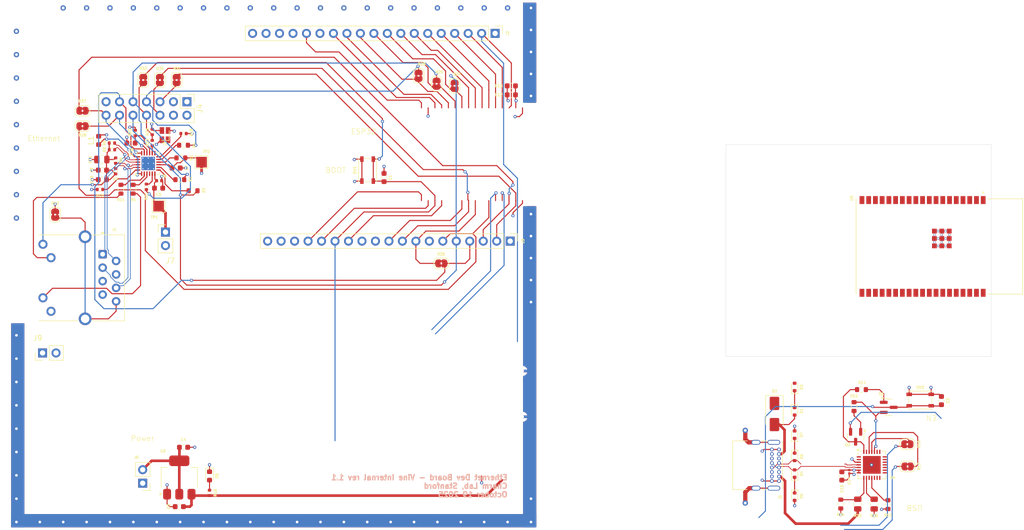
<source format=kicad_pcb>
(kicad_pcb (version 20241229) (generator "pcbnew") (generator_version "9.0")
  (layers (0 "F.Cu" signal) (4 "In1.Cu" signal) (6 "In2.Cu" signal) (2 "B.Cu" signal) (13 "F.Paste" user) (15 "B.Paste" user) (5 "F.SilkS" user "F.Silkscreen") (7 "B.SilkS" user "B.Silkscreen") (1 "F.Mask" user) (3 "B.Mask" user) (25 "Edge.Cuts" user))
  (net 0 "")
  (net 1 "VBUS")
  (net 2 "Net-(D1-K)")
  (net 3 "+5V")
  (net 4 "GND")
  (net 5 "Net-(D4-K)")
  (net 6 "Net-(D6-K)")
  (net 7 "/USB_DP")
  (net 9 "/TD_N")
  (net 10 "Net-(J1-Pad10)")
  (net 11 "/TD_P")
  (net 12 "Net-(J1-Pad11)")
  (net 13 "Net-(J1-Pad8)")
  (net 14 "VDDA")
  (net 15 "/RD_P")
  (net 16 "/RD_N")
  (net 17 "Net-(Q1-B)")
  (net 18 "/EN")
  (net 19 "/RTS")
  (net 20 "Net-(Q2-B)")
  (net 21 "/IO0")
  (net 22 "/DTR")
  (net 23 "/IO25")
  (net 24 "/RXD0")
  (net 25 "Net-(U1-CRS_DV{slash}MODE2)")
  (net 26 "Net-(U1-RXD1{slash}MODE1)")
  (net 27 "/TXD1")
  (net 29 "/OSCIN")
  (net 30 "Net-(U1-RXD0{slash}MODE0)")
  (net 31 "/TXD0")
  (net 32 "VCC")
  (net 33 "Net-(U1-MDIO)")
  (net 34 "Net-(U1-VDD1A)")
  (net 35 "/RXER")
  (net 36 "/LED2")
  (net 37 "/nRST")
  (net 38 "Net-(U1-RBIAS)")
  (net 39 "VDDCR")
  (net 40 "/MDC")
  (net 41 "+3.3V")
  (net 43 "/TX_EN")
  (net 45 "/LED1")
  (net 46 "Net-(U4-~{SUSPEND})")
  (net 47 "Net-(U4-VBUS)")
  (net 48 "/RXD")
  (net 53 "/CTS")
  (net 54 "/DSR")
  (net 55 "Net-(U4-~{RST})")
  (net 59 "/TXD")
  (net 62 "/RI")
  (net 64 "/DCD")
  (net 65 "/IO34")
  (net 76 "/USB_DN")
  (net 77 "/REFCLKO")
  (net 78 "/IO4")
  (net 79 "/IO12")
  (net 80 "/IO2")
  (net 81 "/IO19")
  (net 82 "/IO32")
  (net 83 "/IO21")
  (net 84 "/IO33")
  (net 85 "/SENSOR_VN")
  (net 86 "/IO22")
  (net 87 "/IO26")
  (net 88 "/IO23")
  (net 89 "/IO13")
  (net 90 "/IO15")
  (net 91 "/IO14")
  (net 92 "/IO27")
  (net 93 "/IO5")
  (net 94 "/SENSOR_VP")
  (net 95 "/IO35")
  (net 96 "/IO18")
  (net 97 "/CLK50")
  (net 98 "/RXD1")
  (net 99 "/CRS_DV")
  (net 104 "/MDIO")
  (net 105 "/R_RX_CLK")
  (net 106 "Net-(D8-A)")
  (net 107 "/SD3")
  (net 108 "/SD2")
  (net 109 "/EXT_5V")
  (net 110 "/CMD")
  (net 111 "/CLK")
  (net 112 "/IO16")
  (net 113 "/SD0")
  (net 114 "/SD1")
  (net 115 "/IO17")
  (net 117 "/TXDUSB")
  (net 118 "/RXDUSB")
  (net 119 "Earth")
  (footprint "Jumper:SolderJumper-2_P1.3mm_Bridged2Bar_RoundedPad1.0x1.5mm" (layer "F.Cu") (at 71.95 61.9)
    (property "Reference" "R27")
    (property "Value" "0R")
  )
  (footprint "Connector_USB:USB_C_Receptacle_GCT_USB4085" (layer "F.Cu") (at 203.26 125.815026 -90)
    (property "Reference" "J5")
    (property "Value" "USB_C_Receptacle_USB2.0_16P")
  )
  (footprint "Resistor_SMD:R_0402_1005Metric" (layer "F.Cu") (at 78.2 71.3 -90)
    (property "Reference" "R6")
    (property "Value" "49.9R")
  )
  (footprint "Resistor_SMD:R_0603_1608Metric" (layer "F.Cu") (at 91 68.4)
    (property "Reference" "R4")
    (property "Value" "10R")
  )
  (footprint "Diode_SMD:D_SOD-523" (layer "F.Cu") (at 206.2 127.215026 -90)
    (property "Reference" "D6")
    (property "Value" "ESD5Zxx" (hide yes))
  )
  (footprint "Diode_SMD:D_SOD-523" (layer "F.Cu") (at 206.2 114.015026 90)
    (property "Reference" "D3")
    (property "Value" "ESD5Zxx" (hide yes))
  )
  (footprint "Resistor_SMD:R_0402_1005Metric" (layer "F.Cu") (at 85.1 68 90)
    (property "Reference" "R22")
    (property "Value" "33R")
  )
  (footprint "Resistor_SMD:R_0603_1608Metric" (layer "F.Cu") (at 90.3 74.9 180)
    (property "Reference" "R1")
    (property "Value" "10R")
  )
  (footprint "XCVR_ESP32-WROVER-E-N8R8:XCVR_ESP32-WROVER-E-N8R8" (layer "F.Cu") (at 233.49 87.5 -90)
    (property "Reference" "U5")
    (property "Value" "ESP32-WROVER-E-N8R8")
  )
  (footprint "Resistor_SMD:R_0402_1005Metric" (layer "F.Cu") (at 75.25 76.75 180)
    (property "Reference" "R10")
    (property "Value" "12.5K")
  )
  (footprint "Capacitor_SMD:C_0603_1608Metric" (layer "F.Cu") (at 128.8 74.5 -90)
    (property "Reference" "C1")
    (property "Value" "0.1uF")
  )
  (footprint "Resistor_SMD:R_0201_0603Metric" (layer "F.Cu") (at 216.5 130.015026 -90)
    (property "Reference" "C14")
    (property "Value" "4.7uF")
  )
  (footprint "Resistor_SMD:R_0603_1608Metric" (layer "F.Cu") (at 90.5 70.8)
    (property "Reference" "R3")
    (property "Value" "10R")
  )
  (footprint "Jumper:SolderJumper-2_P1.3mm_Bridged2Bar_RoundedPad1.0x1.5mm" (layer "F.Cu") (at 89.7 56.1 -90)
    (property "Reference" "R31")
    (property "Value" "0R")
  )
  (footprint "Capacitor_SMD:C_0603_1608Metric" (layer "F.Cu") (at 89.6 72.7)
    (property "Reference" "C7")
    (property "Value" "0.1uF")
  )
  (footprint "TestPoint:TestPoint_Pad_2.0x2.0mm" (layer "F.Cu") (at 94.4 71.6)
    (property "Reference" "TP2")
    (property "Value" "TestPoint")
  )
  (footprint "Capacitor_SMD:C_0603_1608Metric" (layer "F.Cu") (at 81.1 68 180)
    (property "Reference" "C8")
    (property "Value" "0.1uF")
  )
  (footprint "Package_TO_SOT_SMD:SOT-223-3_TabPin2" (layer "F.Cu") (at 90.2 131.1 90)
    (property "Reference" "U3")
    (property "Value" "AMS1117-3.3")
  )
  (footprint "Diode_SMD:D_SMA" (layer "F.Cu") (at 202.4 119.115026 -90)
    (property "Reference" "D2")
    (property "Value" "B130-E3")
  )
  (footprint "Capacitor_SMD:C_0603_1608Metric" (layer "F.Cu") (at 75.7 73.1 180)
    (property "Reference" "C9")
    (property "Value" "0.1uF")
  )
  (footprint "Capacitor_SMD:C_0603_1608Metric" (layer "F.Cu") (at 152.8 58.9 180)
    (property "Reference" "C12")
    (property "Value" "22uF")
  )
  (footprint "Jumper:SolderJumper-2_P1.3mm_Bridged2Bar_RoundedPad1.0x1.5mm" (layer "F.Cu") (at 71.95 64.8)
    (property "Reference" "R28")
    (property "Value" "0R")
  )
  (footprint "Diode_SMD:D_SOD-523" (layer "F.Cu") (at 206.2 130.361026 90)
    (property "Reference" "D4")
    (property "Value" "ESD5Zxx" (hide yes))
  )
  (footprint "Connector_RJ:RJ45_Wuerth_7499010211A_Horizontal" (layer "F.Cu") (at 75.75 88.97 -90)
    (property "Reference" "J1")
    (property "Value" "RJ45_Wuerth_7499010211A")
  )
  (footprint "Jumper:SolderJumper-2_P1.3mm_Bridged2Bar_RoundedPad1.0x1.5mm" (layer "F.Cu") (at 227.5 129.015026)
    (property "Reference" "R17")
    (property "Value" "0R")
  )
  (footprint "Resistor_SMD:R_0603_1608Metric" (layer "F.Cu") (at 79.2 76.7 -90)
    (property "Reference" "R11")
    (property "Value" "332R")
  )
  (footprint "Connector_PinHeader_2.54mm:PinHeader_1x02_P2.54mm_Vertical" (layer "F.Cu") (at 87.6 84.8)
    (property "Reference" "J7")
    (property "Value" "Conn_01x02_Pin")
  )
  (footprint "Capacitor_SMD:C_0805_2012Metric" (layer "F.Cu") (at 75.6 71.1 180)
    (property "Reference" "C11")
    (property "Value" "0.022uF")
  )
  (footprint "Jumper:SolderJumper-2_P1.3mm_Bridged2Bar_RoundedPad1.0x1.5mm" (layer "F.Cu") (at 66.8 81.5 90)
    (property "Reference" "R12")
    (property "Value" "0R")
  )
  (footprint "Resistor_SMD:R_0402_1005Metric" (layer "F.Cu") (at 84 76.25 -90)
    (property "Reference" "R21")
    (property "Value" "33R")
  )
  (footprint "Diode_SMD:D_SOD-523" (layer "F.Cu") (at 206.2 118.615026 -90)
    (property "Reference" "D1")
    (property "Value" "ESD5Zxx" (hide yes))
  )
  (footprint "Capacitor_SMD:C_0603_1608Metric" (layer "F.Cu") (at 86.3 76.5)
    (property "Reference" "C5")
    (property "Value" "470pF")
  )
  (footprint "Diode_SMD:D_SOD-523" (layer "F.Cu") (at 206.2 123.015026 90)
    (property "Reference" "D7")
    (property "Value" "ESD5Zxx" (hide yes))
  )
  (footprint "LED_SMD:LED_0603_1608Metric" (layer "F.Cu") (at 95.9 130.8 -90)
    (property "Reference" "D8")
    (property "Value" "LED")
  )
  (footprint "Capacitor_SMD:C_0603_1608Metric" (layer "F.Cu") (at 215.1 130.815026 -90)
    (property "Reference" "C15")
    (property "Value" "0.1uF")
  )
  (footprint "Resistor_SMD:R_0603_1608Metric" (layer "F.Cu") (at 217.4 117.715026 -90)
    (property "Reference" "R15")
    (property "Value" "10K")
  )
  (footprint "Resistor_SMD:R_0402_1005Metric" (layer "F.Cu") (at 85.1 65.9 -90)
    (property "Reference" "R23")
    (property "Value" "33R")
  )
  (footprint "Inductor_SMD:L_0603_1608Metric" (layer "F.Cu") (at 75 67.5 90)
    (property "Reference" "L1")
    (property "Value" "L")
  )
  (footprint "Resistor_SMD:R_0402_1005Metric" (layer "F.Cu") (at 91 66.2)
    (property "Reference" "R19")
    (property "Value" "1.5K")
  )
  (footprint "Resistor_SMD:R_0805_2012Metric" (layer "F.Cu") (at 218.1 136.115026 90)
    (property "Reference" "R33")
    (property "Value" "22.1K")
  )
  (footprint "Jumper:SolderJumper-2_P1.3mm_Bridged2Bar_RoundedPad1.0x1.5mm" (layer "F.Cu") (at 83.4 56.1 -90)
    (property "Reference" "R32")
    (property "Value" "0R")
  )
  (footprint "Resistor_SMD:R_0603_1608Metric" (layer "F.Cu") (at 223.8 136.215026 -90)
    (property "Reference" "R13")
    (property "Value" "10K")
  )
  (footprint "Capacitor_SMD:C_0402_1005Metric" (layer "F.Cu") (at 86.4 75.1)
    (property "Reference" "C6")
    (property "Value" "1uF")
  )
  (footprint "Resistor_SMD:R_0805_2012Metric" (layer "F.Cu") (at 221.2 136.115026 90)
    (property "Reference" "R35")
    (property "Value" "2K")
  )
  (footprint "Connector_PinHeader_2.54mm:PinHeader_2x07_P2.54mm_Vertical" (layer "F.Cu") (at 91.64 60.2 -90)
    (property "Reference" "J4")
    (property "Value" "Conn_02x07_Odd_Even" (hide yes))
  )
  (footprint "Connector_PinHeader_2.54mm:PinHeader_1x02_P2.54mm_Vertical" (layer "F.Cu") (at 64.425 107.6 90)
    (property "Reference" "J9")
    (property "Value" "Conn_01x02_Pin")
  )
  (footprint "Resistor_SMD:R_0603_1608Metric" (layer "F.Cu") (at 81.5 76.7 -90)
    (property "Reference" "R5")
    (property "Value" "332R")
  )
  (footprint "Package_TO_SOT_SMD:SOT-23" (layer "F.Cu") (at 223.9375 117.865026)
    (property "Reference" "Q1")
    (property "Value" "SS8050")
  )
  (footprint "Jumper:SolderJumper-2_P1.3mm_Bridged2Bar_RoundedPad1.0x1.5mm" (layer "F.Cu") (at 138.7 56.8 90)
    (property "Reference" "R25")
    (property "Value" "0R")
  )
  (footprint "Button_Switch_SMD:SW_SPST_PTS810" (layer "F.Cu") (at 125.7 73.1 90)
    (property "Reference" "SW1")
    (property "Value" "SW_Push")
  )
  (footprint "Capacitor_SMD:C_0603_1608Metric" (layer "F.Cu") (at 233.875 116.590026 -90)
    (property "Reference" "C2")
    (property "Value" "0.1uF")
  )
  (footprint "Package_DFN_QFN:VQFN-24-1EP_4x4mm_P0.5mm_EP2.5x2.5mm_ThermalVias" (layer "F.Cu") (at 84.35 71.8375 90)
    (property "Reference" "U1")
    (property "Value" "LAN8720A")
  )
  (footprint "Resistor_SMD:R_0402_1005Metric" (layer "F.Cu") (at 95.9 134.01 90)
    (property "Reference" "R18")
    (property "Value" "2K")
  )
  (footprint "Jumper:SolderJumper-2_P1.3mm_Bridged2Bar_RoundedPad1.0x1.5mm" (layer "F.Cu") (at 139.6 90.7)
    (property "Reference" "R26")
    (property "Value" "0R")
  )
  (footprint "Connector_PinHeader_2.54mm:PinHeader_1x19_P2.54mm_Vertical" (layer "F.Cu") (at 152.58 86.5 -90)
    (property "Reference" "J3")
    (property "Value" "Conn_01x19_Pin" (hide yes))
  )
  (footprint "Package_TO_SOT_SMD:SOT-23" (layer "F.Cu") (at 217.7 123.415026 -90)
    (property "Reference" "Q2")
    (property "Value" "SS8050")
  )
  (footprint "Connector_PinHeader_2.54mm:PinHeader_1x19_P2.54mm_Vertical" (layer "F.Cu") (at 149.74 47.3 -90)
    (property "Reference" "J2")
    (property "Value" "Conn_01x19_Pin" (hide yes))
  )
  (footprint "Capacitor_SMD:C_0603_1608Metric" (layer "F.Cu") (at 91 125.4)
    (property "Reference" "C4")
    (property "Value" "22uF")
  )
  (footprint "TestPoint:TestPoint_Pad_2.0x2.0mm" (layer "F.Cu") (at 86.3 79.9)
    (property "Reference" "TP1")
    (property "Value" "TestPoint")
  )
  (footprint "Jumper:SolderJumper-2_P1.3mm_Bridged2Bar_RoundedPad1.0x1.5mm" (layer "F.Cu") (at 86.55 56.1 -90)
    (property "Reference" "R30")
    (property "Value" "0R")
  )
  (footprint "Jumper:SolderJumper-2_P1.3mm_Bridged2Bar_RoundedPad1.0x1.5mm" (layer "F.Cu") (at 142.1 57.2 90)
    (property "Reference" "R24")
    (property "Value" "0R")
  )
  (footprint "Resistor_SMD:R_0402_1005Metric" (layer "F.Cu") (at 77.51 69.25)
    (property "Reference" "R9")
    (property "Value" "49.9R")
  )
  (footprint "Resistor_SMD:R_0402_1005Metric" (layer "F.Cu") (at 78.2 73.31 90)
    (property "Reference" "R7")
    (property "Value" "49.9R")
  )
  (footprint "Oscillator:Oscillator_SMD_Abracon_ASCO-4Pin_1.6x1.2mm" (layer "F.Cu") (at 87.5 66.5 180)
    (property "Reference" "Y1")
    (property "Value" "ASCO")
  )
  (footprint "Resistor_SMD:R_0603_1608Metric" (layer "F.Cu") (at 214.9 136.115026 90)
    (property "Reference" "R34")
    (property "Value" "47.5K")
  )
  (footprint "Jumper:SolderJumper-2_P1.3mm_Bridged2Bar_RoundedPad1.0x1.5mm" (layer "F.Cu") (at 227.45 124.815026)
    (property "Reference" "R16")
    (property "Value" "0R")
  )
  (footprint "Diode_SMD:D_SOD-523" (layer "F.Cu") (at 206.2 134.715026 -90)
    (property "Reference" "D5")
    (property "Value" "ESD5Zxx" (hide yes))
  )
  (footprint "Connector_PinHeader_2.54mm:PinHeader_1x02_P2.54mm_Vertical" (layer "F.Cu") (at 83.3 132.175 180)
    (property "Reference" "J6")
    (property "Value" "Conn_01x02_Pin" (hide yes))
  )
  (footprint "Package_DFN_QFN:QFN-28-1EP_5x5mm_P0.5mm_EP3.35x3.35mm" (layer "F.Cu") (at 220.75 128.715026)
    (property "Reference" "U4")
    (property "Value" "CP2102N-Axx-xQFN28" (hide yes))
  )
  (footprint "Resistor_SMD:R_0603_1608Metric" (layer "F.Cu") (at 218.8 114.515026)
    (property "Reference" "R14")
    (property "Value" "10K")
  )
  (footprint "Capacitor_SMD:C_0603_1608Metric" (layer "F.Cu") (at 152.8 57.2 180)
    (property "Reference" "C13")
    (property "Value" "0.1uF")
  )
  (footprint "Capacitor_SMD:C_0603_1608Metric" (layer "F.Cu") (at 90.2 136.6 180)
    (property "Reference" "C3")
    (property "Value" "22uF")
  )
  (footprint "Resistor_SMD:R_0603_1608Metric" (layer "F.Cu") (at 92.8 77)
    (property "Reference" "R2")
    (property "Value" "10R")
  )
  (footprint "Jumper:SolderJumper-2_P1.3mm_Bridged2Bar_RoundedPad1.0x1.5mm" (layer "F.Cu") (at 135.3 55.3 90)
    (property "Reference" "R29")
    (property "Value" "0R")
  )
  (footprint "Capacitor_SMD:C_0603_1608Metric" (layer "F.Cu") (at 75.7 74.9 180)
    (property "Reference" "C10")
    (property "Value" "0.1uF")
  )
  (footprint "Button_Switch_SMD:SW_SPST_PTS810" (layer "F.Cu") (at 229.875 116.490026)
    (property "Reference" "SW2")
    (property "Value" "SW_Push")
  )
  (footprint "Resistor_SMD:R_0402_1005Metric" (layer "F.Cu") (at 77.5 68)
    (property "Reference" "R8")
    (property "Value" "49.9R")
  )
  (footprint "Resistor_SMD:R_0402_1005Metric" (layer "F.Cu") (at 81.9 66.09 90)
    (property "Reference" "R20")
    (property "Value" "4.7K")
  )
  (gr_rect (start 193.25 68.25) (end 243.25 108.25) (stroke (width 0.05)) (fill no) (layer "Edge.Cuts"))
  (gr_text "USB\n" (at 230.4 136.215026 180) (layer "F.SilkS") (effects (font (size 1 1) (thickness 0.1)) (justify left bottom)))
  (gr_text "ESP32" (at 122.5 66.4 0) (layer "F.SilkS") (effects (font (size 1 1) (thickness 0.1)) (justify left bottom)))
  (gr_text "Ethernet" (at 61.5 67.7 0) (layer "F.SilkS") (effects (font (size 1 1) (thickness 0.1)) (justify left bottom)))
  (gr_text "Power" (at 81 124.3 0) (layer "F.SilkS") (effects (font (size 1 1) (thickness 0.1)) (justify left bottom)))
  (gr_text "BOOT" (at 117.7 73.7 0) (layer "F.SilkS") (effects (font (size 1 1) (thickness 0.1)) (justify left bottom)))
  (gr_text "EN" (at 233 119.215026 180) (layer "F.SilkS") (effects (font (size 1 1) (thickness 0.1)) (justify left bottom)))
  (gr_text "Ethernet Dev Board - Vine Internal rev 1.1\nCharm Lab, Stanford\nOctober 19 2025" (at 152.2 134.9 0) (layer "B.SilkS") (effects (font (size 1 1) (thickness 0.25) (bold yes)) (justify left bottom mirror)))
  (segment (start 203.26 130.915026) (end 203.542786 130.915026) (width 0.5) (layer "F.Cu") (net 1))
  (segment (start 204.3 122.115026) (end 203.3 121.115026) (width 0.5) (layer "F.Cu") (net 1))
  (segment (start 218.1 138.015026) (end 218.1 137.027526) (width 0.5) (layer "F.Cu") (net 1))
  (segment (start 204.3 126.12) (end 204.3 122.115026) (width 0.5) (layer "F.Cu") (net 1))
  (segment (start 203.3 121.115026) (end 202.4 121.115026) (width 0.5) (layer "F.Cu") (net 1))
  (segment (start 204.4 131.77224) (end 204.4 137.815026) (width 0.5) (layer "F.Cu") (net 1))
  (segment (start 206.2 120.015026) (end 205.1 121.115026) (width 0.2) (layer "F.Cu") (net 1))
  (segment (start 206.2 119.315026) (end 206.2 120.015026) (width 0.2) (layer "F.Cu") (net 1))
  (segment (start 205.1 121.115026) (end 202.4 121.115026) (width 0.2) (layer "F.Cu") (net 1))
  (segment (start 206.4 139.815026) (end 216.3 139.815026) (width 0.5) (layer "F.Cu") (net 1))
  (segment (start 216.3 139.815026) (end 218.1 138.015026) (width 0.5) (layer "F.Cu") (net 1))
  (segment (start 204.4 137.815026) (end 206.4 139.815026) (width 0.5) (layer "F.Cu") (net 1))
  (segment (start 203.26 126.665026) (end 203.754974 126.665026) (width 0.5) (layer "F.Cu") (net 1))
  (segment (start 203.754974 126.665026) (end 204.3 126.12) (width 0.5) (layer "F.Cu") (net 1))
  (segment (start 203.542786 130.915026) (end 204.4 131.77224) (width 0.5) (layer "F.Cu") (net 1))
  (segment (start 206.2 114.715026) (end 206.2 117.915026) (width 0.2) (layer "F.Cu") (net 2))
  (segment (start 151 131.6) (end 148.08 134.52) (width 0.5) (layer "F.Cu") (net 3))
  (segment (start 92.5 134.25) (end 92.77 134.52) (width 0.5) (layer "F.Cu") (net 3))
  (segment (start 148.08 134.52) (end 95.9 134.52) (width 0.5) (layer "F.Cu") (net 3))
  (segment (start 92.77 134.52) (end 95.9 134.52) (width 0.5) (layer "F.Cu") (net 3))
  (segment (start 92.5 136.3) (end 92.5 134.25) (width 0.5) (layer "F.Cu") (net 3))
  (segment (start 92.2 136.6) (end 92.5 136.3) (width 0.5) (layer "F.Cu") (net 3))
  (segment (start 90.975 136.6) (end 92.2 136.6) (width 0.5) (layer "F.Cu") (net 3))
  (segment (start 231.95 114.165026) (end 231.9 114.115026) (width 0.2) (layer "F.Cu") (net 4))
  (segment (start 123.275 71.025) (end 123.2 71.1) (width 0.2) (layer "F.Cu") (net 4))
  (segment (start 231.95 115.415026) (end 227.8 115.415026) (width 0.2) (layer "F.Cu") (net 4))
  (segment (start 124.625 71.025) (end 123.275 71.025) (width 0.2) (layer "F.Cu") (net 4))
  (segment (start 233.475 115.415026) (end 233.875 115.815026) (width 0.2) (layer "F.Cu") (net 4))
  (segment (start 87.075 75.295) (end 86.88 75.1) (width 0.2) (layer "F.Cu") (net 4))
  (segment (start 74.925 73.1) (end 73.8 73.1) (width 0.2) (layer "F.Cu") (net 4))
  (segment (start 216.5 131.115026) (end 216.025 131.590026) (width 0.2) (layer "F.Cu") (net 4))
  (segment (start 95.9 130.0125) (end 95.9 128.7) (width 0.2) (layer "F.Cu") (net 4))
  (segment (start 124.625 71.025) (end 124.625 75.175) (width 0.2) (layer "F.Cu") (net 4))
  (segment (start 201.91 131.765026) (end 200.25 131.765026) (width 0.2) (layer "F.Cu") (net 4))
  (segment (start 222.675 137.040026) (end 222.6 137.115026) (width 0.2) (layer "F.Cu") (net 4))
  (segment (start 88.4 136.6) (end 89.425 136.6) (width 0.2) (layer "F.Cu") (net 4))
  (segment (start 87.9 134.25) (end 87.9 136.1) (width 0.2) (layer "F.Cu") (net 4))
  (segment (start 124.625 75.175) (end 123.325 75.175) (width 0.2) (layer "F.Cu") (net 4))
  (segment (start 87.9 136.1) (end 88.4 136.6) (width 0.2) (layer "F.Cu") (net 4))
  (segment (start 74.925 74.9) (end 73.8 74.9) (width 0.2) (layer "F.Cu") (net 4))
  (segment (start 216.5 130.335026) (end 216.5 131.115026) (width 0.2) (layer "F.Cu") (net 4))
  (segment (start 201.91 125.815026) (end 200.4 125.815026) (width 0.2) (layer "F.Cu") (net 4))
  (segment (start 152.025 57.2) (end 152.025 58.9) (width 0.2) (layer "F.Cu") (net 4))
  (segment (start 203.26 131.765026) (end 201.91 131.765026) (width 0.2) (layer "F.Cu") (net 4))
  (segment (start 152.025 58.9) (end 152.025 59.825) (width 0.2) (layer "F.Cu") (net 4))
  (segment (start 152.025 59.825) (end 152.2 60) (width 0.2) (layer "F.Cu") (net 4))
  (segment (start 154.9 79.35) (end 154.9 78.85) (width 0.2) (layer "F.Cu") (net 4))
  (segment (start 206.2 122.315026) (end 206.2 121.415026) (width 0.2) (layer "F.Cu") (net 4))
  (segment (start 218.3 128.215026) (end 217.6 128.215026) (width 0.2) (layer "F.Cu") (net 4))
  (segment (start 216.5 130.335026) (end 217.219997 130.335026) (width 0.2) (layer "F.Cu") (net 4))
  (segment (start 87.9 134.25) (end 87.9 132.5) (width 0.2) (layer "F.Cu") (net 4))
  (segment (start 154.9 62.4) (end 154.9 61.35) (width 0.2) (layer "F.Cu") (net 4))
  (segment (start 123.325 75.175) (end 123.25 75.25) (width 0.2) (layer "F.Cu") (net 4))
  (segment (start 153.1 81.7) (end 153.1 81.15) (width 0.2) (layer "F.Cu") (net 4))
  (segment (start 80.325 68) (end 80.325 66.925) (width 0.2) (layer "F.Cu") (net 4))
  (segment (start 90.375 72.7) (end 91.4 72.7) (width 0.2) (layer "F.Cu") (net 4))
  (segment (start 147.2 130.8) (end 147.2 132.1) (width 0.2) (layer "F.Cu") (net 4))
  (segment (start 217.219997 130.335026) (end 217.4 130.515029) (width 0.2) (layer "F.Cu") (net 4))
  (segment (start 203.26 125.815026) (end 201.91 125.815026) (width 0.2) (layer "F.Cu") (net 4))
  (segment (start 86.88 75.1) (end 86.88 74.32) (width 0.2) (layer "F.Cu") (net 4))
  (segment (start 231.95 115.415026) (end 231.95 114.165026) (width 0.2) (layer "F.Cu") (net 4))
  (segment (start 137.12 62.88) (end 137.1 62.9) (width 0.2) (layer "F.Cu") (net 4))
  (segment (start 137.12 61.35) (end 137.12 62.88) (width 0.2) (layer "F.Cu") (net 4))
  (segment (start 220.75 128.715026) (end 220.7 128.715026) (width 0.2) (layer "F.Cu") (net 4))
  (segment (start 214.9 138.115026) (end 214.9 138.015026) (width 0.2) (layer "F.Cu") (net 4))
  (segment (start 153.1 81.15) (end 154.9 79.35) (width 0.2) (layer "F.Cu") (net 4))
  (segment (start 87.075 76.5) (end 87.075 75.295) (width 0.2) (layer "F.Cu") (net 4))
  (segment (start 66.8 80.85) (end 66.8 79.5) (width 0.2) (layer "F.Cu") (net 4))
  (segment (start 217.6 128.215026) (end 217 127.615026) (width 0.2) (layer "F.Cu") (net 4))
  (segment (start 153.5 63) (end 154.3 63) (width 0.2) (layer "F.Cu") (net 4))
  (segment (start 80.325 66.925) (end 80.3 66.9) (width 0.2) (layer "F.Cu") (net 4))
  (segment (start 89.125 65.625) (end 89.25 65.75) (width 0.2) (layer "F.Cu") (net 4))
  (segment (start 154.3 63) (end 154.9 62.4) (width 0.2) (layer "F.Cu") (net 4))
  (segment (start 128.8 73.725) (end 128.8 72.4) (width 0.2) (layer "F.Cu") (net 4))
  (segment (start 231.95 115.415026) (end 233.475 115.415026) (width 0.2) (layer "F.Cu") (net 4))
  (segment (start 200.4 125.815026) (end 200.1 126.115026) (width 0.2) (layer "F.Cu") (net 4))
  (segment (start 200.25 131.765026) (end 200.1 131.615026) (width 0.2) (layer "F.Cu") (net 4))
  (segment (start 223.8 137.040026) (end 222.675 137.040026) (width 0.2) (layer "F.Cu") (net 4))
  (segment (start 227.8 115.415026) (end 227.8 114.115026) (width 0.2) (layer "F.Cu") (net 4))
  (segment (start 74.74 76.75) (end 73.679896 76.75) (width 0.2) (layer "F.Cu") (net 4))
  (segment (start 91.775 125.4) (end 93.1 125.4) (width 0.2) (layer "F.Cu") (net 4))
  (segment (start 88.075 65.625) (end 89.125 65.625) (width 0.2) (layer "F.Cu") (net 4))
  (segment (start 74.65 71.1) (end 73.4 71.1) (width 0.2) (layer "F.Cu") (net 4))
  (segment (start 216.025 131.590026) (end 215.1 131.590026) (width 0.2) (layer "F.Cu") (net 4))
  (segment (start 206.2 135.415026) (end 206.2 136.415026) (width 0.2) (layer "F.Cu") (net 4))
  (segment (start 214.9 136.940026) (end 214.9 138.115026) (width 0.2) (layer "F.Cu") (net 4))
  (segment (start 86.88 74.32) (end 86.9 74.3) (width 0.2) (layer "F.Cu") (net 4))
  (via (at 217.4 130.515029) (size 0.6) (drill 0.3) (layers "F.Cu" "B.Cu") (net 4))
  (via (at 66.8 79.5) (size 0.6) (drill 0.3) (layers "F.Cu" "B.Cu") (net 4))
  (via (at 220.7 128.715026) (size 0.6) (drill 0.3) (layers "F.Cu" "B.Cu") (net 4))
  (via (at 95.9 128.7) (size 0.6) (drill 0.3) (layers "F.Cu" "B.Cu") (net 4))
  (via (at 86.9 74.3) (size 0.6) (drill 0.3) (layers "F.Cu" "B.Cu") (net 4))
  (via (at 206.2 136.415026) (size 0.6) (drill 0.3) (layers "F.Cu" "B.Cu") (net 4))
  (via (at 206.2 121.415026) (size 0.6) (drill 0.3) (layers "F.Cu" "B.Cu") (net 4))
  (via (at 123.25 75.25) (size 0.6) (drill 0.3) (layers "F.Cu" "B.Cu") (net 4))
  (via (at 80.3 66.9) (size 0.6) (drill 0.3) (layers "F.Cu" "B.Cu") (net 4))
  (via (at 153.5 63) (size 0.6) (drill 0.3) (layers "F.Cu" "B.Cu") (net 4))
  (via (at 87.9 132.5) (size 0.6) (drill 0.3) (layers "F.Cu" "B.Cu") (net 4))
  (via (at 123.2 71.1) (size 0.6) (drill 0.3) (layers "F.Cu" "B.Cu") (net 4))
  (via (at 231.9 114.115026) (size 0.6) (drill 0.3) (layers "F.Cu" "B.Cu") (net 4))
  (via (at 217 127.615026) (size 0.6) (drill 0.3) (layers "F.Cu" "B.Cu") (net 4))
  (via (at 200.1 131.615026) (size 0.6) (drill 0.3) (layers "F.Cu" "B.Cu") (net 4))
  (via (at 214.9 138.115026) (size 0.6) (drill 0.3) (layers "F.Cu" "B.Cu") (net 4))
  (via (at 200.1 126.115026) (size 0.6) (drill 0.3) (layers "F.Cu" "B.Cu") (net 4))
  (via (at 91.4 72.7) (size 0.6) (drill 0.3) (layers "F.Cu" "B.Cu") (net 4))
  (via (at 89.25 65.75) (size 0.6) (drill 0.3) (layers "F.Cu" "B.Cu") (net 4))
  (via (at 152.2 60) (size 0.6) (drill 0.3) (layers "F.Cu" "B.Cu") (net 4))
  (via (at 222.6 137.115026) (size 0.6) (drill 0.3) (layers "F.Cu" "B.Cu") (net 4))
  (via (at 73.8 74.9) (size 0.6) (drill 0.3) (layers "F.Cu" "B.Cu") (net 4))
  (via (at 153.1 81.7) (size 0.6) (drill 0.3) (layers "F.Cu" "B.Cu") (net 4))
  (via (at 147.2 132.1) (size 0.6) (drill 0.3) (layers "F.Cu" "B.Cu") (net 4))
  (via (at 128.8 72.4) (size 0.6) (drill 0.3) (layers "F.Cu" "B.Cu") (net 4))
  (via (at 73.679896 76.75) (size 0.6) (drill 0.3) (layers "F.Cu" "B.Cu") (net 4))
  (via (at 73.8 73.1) (size 0.6) (drill 0.3) (layers "F.Cu" "B.Cu") (net 4))
  (via (at 137.1 62.9) (size 0.6) (drill 0.3) (layers "F.Cu" "B.Cu") (net 4))
  (via (at 73.4 71.1) (size 0.6) (drill 0.3) (layers "F.Cu" "B.Cu") (net 4))
  (via (at 93.1 125.4) (size 0.6) (drill 0.3) (layers "F.Cu" "B.Cu") (net 4))
  (via (at 227.8 114.115026) (size 0.6) (drill 0.3) (layers "F.Cu" "B.Cu") (net 4))
  (segment (start 206.2 131.115026) (end 206.2 133.915026) (width 0.2) (layer "F.Cu") (net 5))
  (segment (start 206.2 123.715026) (end 206.2 126.515026) (width 0.2) (layer "F.Cu") (net 6))
  (segment (start 216.097626 128.745826) (end 215.914452 128.562652) (width 0.1384) (layer "F.Cu") (net 7))
  (segment (start 216.982233 128.706446) (end 216.942852 128.745826) (width 0.1384) (layer "F.Cu") (net 7))
  (segment (start 203.980233 128.570826) (end 203.4658 128.570826) (width 0.1384) (layer "F.Cu") (net 7))
  (segment (start 203.26 128.365026) (end 203.15 128.365026) (width 0.1384) (layer "F.Cu") (net 7))
  (segment (start 206.2 127.915026) (end 205.674999 127.915026) (width 0.1384) (layer "F.Cu") (net 7))
  (segment (start 203.982233 128.568826) (end 203.980233 128.570826) (width 0.1384) (layer "F.Cu") (net 7))
  (segment (start 217.817767 128.706446) (end 216.982233 128.706446) (width 0.1384) (layer "F.Cu") (net 7))
  (segment (start 203.4658 128.570826) (end 203.26 128.365026) (width 0.1384) (layer "F.Cu") (net 7))
  (segment (start 216.942852 128.745826) (end 216.097626 128.745826) (width 0.1384) (layer "F.Cu") (net 7))
  (segment (start 217.826347 128.715026) (end 217.817767 128.706446) (width 0.1384) (layer "F.Cu") (net 7))
  (segment (start 205.021199 128.568826) (end 203.982233 128.568826) (width 0.1384) (layer "F.Cu") (net 7))
  (segment (start 205.674999 127.915026) (end 205.021199 128.568826) (width 0.1384) (layer "F.Cu") (net 7))
  (segment (start 206.2 127.915026) (end 206.725001 127.915026) (width 0.1384) (layer "F.Cu") (net 7))
  (segment (start 218.3 128.715026) (end 217.826347 128.715026) (width 0.1384) (layer "F.Cu") (net 7))
  (segment (start 206.725001 127.915026) (end 207.378801 128.568826) (width 0.1384) (layer "F.Cu") (net 7))
  (segment (start 203.15 128.365026) (end 202.3 129.215026) (width 0.1384) (layer "F.Cu") (net 7))
  (segment (start 215.656174 128.562652) (end 215.65 128.568826) (width 0.1384) (layer "F.Cu") (net 7))
  (segment (start 202.3 129.215026) (end 201.91 129.215026) (width 0.1384) (layer "F.Cu") (net 7))
  (segment (start 215.914452 128.562652) (end 215.656174 128.562652) (width 0.1384) (layer "F.Cu") (net 7))
  (segment (start 80.899099 71.149099) (end 82.350901 71.149099) (width 0.1384) (layer "F.Cu") (net 9))
  (segment (start 80.568198 70.818198) (end 80.899099 71.149099) (width 0.1384) (layer "F.Cu") (net 9))
  (segment (start 78.780792 68.4108) (end 78.4208 68.4108) (width 0.1384) (layer "F.Cu") (net 9))
  (segment (start 82.350901 71.149099) (end 82.4125 71.0875) (width 0.1384) (layer "F.Cu") (net 9))
  (segment (start 80.568198 70.198206) (end 80.502002 70.13201) (width 0.1384) (layer "F.Cu") (net 9))
  (segment (start 79.981594 69.611602) (end 78.780792 68.4108) (width 0.1384) (layer "F.Cu") (net 9))
  (segment (start 80.167987 69.611602) (end 79.981594 69.611602) (width 0.1384) (layer "F.Cu") (net 9))
  (segment (start 80.502002 69.945617) (end 80.167987 69.611602) (width 0.1384) (layer "F.Cu") (net 9))
  (segment (start 80.568198 70.818198) (end 80.568198 70.198206) (width 0.1384) (layer "F.Cu") (net 9))
  (segment (start 80.502002 70.13201) (end 80.502002 69.945617) (width 0.1384) (layer "F.Cu") (net 9))
  (segment (start 78.4208 68.4108) (end 78.01 68) (width 0.1384) (layer "F.Cu") (net 9))
  (via (at 80.568198 70.818198) (size 0.6) (drill 0.3) (layers "F.Cu" "B.Cu") (net 9))
  (segment (start 80.241798 70.818198) (end 80.568198 70.818198) (width 0.1384) (layer "B.Cu") (net 9))
  (segment (start 76.6042 74.455796) (end 80.241798 70.818198) (width 0.1384) (layer "B.Cu") (net 9))
  (segment (start 76.8202 88.196482) (end 76.6042 87.980482) (width 0.1384) (layer "B.Cu") (net 9))
  (segment (start 76.6042 87.980482) (end 76.6042 74.455796) (width 0.1384) (layer "B.Cu") (net 9))
  (segment (start 78.29 90.24) (end 76.8202 88.7702) (width 0.1384) (layer "B.Cu") (net 9))
  (segment (start 76.8202 88.7702) (end 76.8202 88.196482) (width 0.1384) (layer "B.Cu") (net 9))
  (segment (start 66.02 89.63) (end 63.43 89.63) (width 0.2) (layer "F.Cu") (net 10))
  (segment (start 63.35 78.25) (end 78.475 78.25) (width 0.2) (layer "F.Cu") (net 10))
  (segment (start 62.7 88.9) (end 62.7 78.9) (width 0.2) (layer "F.Cu") (net 10))
  (segment (start 63.43 89.63) (end 62.7 88.9) (width 0.2) (layer "F.Cu") (net 10))
  (segment (start 62.7 78.9) (end 63.35 78.25) (width 0.2) (layer "F.Cu") (net 10))
  (segment (start 78.475 78.25) (end 79.2 77.525) (width 0.2) (layer "F.Cu") (net 10))
  (segment (start 79.997998 71.054383) (end 80.332013 71.388398) (width 0.1384) (layer "F.Cu") (net 11))
  (segment (start 78.5992 68.8492) (end 78.4208 68.8492) (width 0.1384) (layer "F.Cu") (net 11))
  (segment (start 78.4208 68.8492) (end 78.02 69.25) (width 0.1384) (layer "F.Cu") (net 11))
  (segment (start 79.931802 70.181802) (end 78.5992 68.8492) (width 0.1384) (layer "F.Cu") (net 11))
  (segment (start 80.717508 71.5875) (end 82.4125 71.5875) (width 0.1384) (layer "F.Cu") (net 11))
  (segment (start 79.931802 70.181802) (end 79.931802 70.801794) (width 0.1384) (layer "F.Cu") (net 11))
  (segment (start 79.931802 70.801794) (end 79.997998 70.86799) (width 0.1384) (layer "F.Cu") (net 11))
  (segment (start 80.332013 71.388398) (end 80.518406 71.388398) (width 0.1384) (layer "F.Cu") (net 11))
  (segment (start 79.997998 70.86799) (end 79.997998 71.054383) (width 0.1384) (layer "F.Cu") (net 11))
  (segment (start 80.518406 71.388398) (end 80.717508 71.5875) (width 0.1384) (layer "F.Cu") (net 11))
  (via (at 79.931802 70.181802) (size 0.6) (drill 0.3) (layers "F.Cu" "B.Cu") (net 11))
  (segment (start 76.1658 74.274204) (end 79.931802 70.508202) (width 0.1384) (layer "B.Cu") (net 11))
  (segment (start 79.931802 70.508202) (end 79.931802 70.181802) (width 0.1384) (layer "B.Cu") (net 11))
  (segment (start 76.1658 88.5542) (end 76.1658 74.274204) (width 0.1384) (layer "B.Cu") (net 11))
  (segment (start 75.75 88.97) (end 76.1658 88.5542) (width 0.1384) (layer "B.Cu") (net 11))
  (segment (start 77.521 96.421) (end 81.379 96.421) (width 0.2) (layer "F.Cu") (net 12))
  (segment (start 66.3 95.4) (end 76.5 95.4) (width 0.2) (layer "F.Cu") (net 12))
  (segment (start 81.379 96.421) (end 82.9 94.9) (width 0.2) (layer "F.Cu") (net 12))
  (segment (start 82.9 94.9) (end 82.9 78.2) (width 0.2) (layer "F.Cu") (net 12))
  (segment (start 82.225 77.525) (end 81.5 77.525) (width 0.2) (layer "F.Cu") (net 12))
  (segment (start 82.9 78.2) (end 82.225 77.525) (width 0.2) (layer "F.Cu") (net 12))
  (segment (start 76.5 95.4) (end 77.521 96.421) (width 0.2) (layer "F.Cu") (net 12))
  (segment (start 64.5 97.2) (end 66.3 95.4) (width 0.2) (layer "F.Cu") (net 12))
  (segment (start 72.45 82.95) (end 72.45 85.67) (width 0.2) (layer "F.Cu") (net 13))
  (segment (start 72.45 101.16) (end 76.84 101.16) (width 0.2) (layer "F.Cu") (net 13))
  (segment (start 71.65 82.15) (end 72.45 82.95) (width 0.2) (layer "F.Cu") (net 13))
  (segment (start 78.29 99.71) (end 78.29 97.86) (width 0.2) (layer "F.Cu") (net 13))
  (segment (start 76.84 101.16) (end 78.29 99.71) (width 0.2) (layer "F.Cu") (net 13))
  (segment (start 66.8 82.15) (end 71.65 82.15) (width 0.2) (layer "F.Cu") (net 13))
  (segment (start 72.45 85.67) (end 72.45 101.16) (width 0.2) (layer "B.Cu") (net 13))
  (segment (start 77.12 74.9) (end 78.2 73.82) (width 0.2) (layer "F.Cu") (net 14))
  (segment (start 76.475 73.1) (end 77.48 73.1) (width 0.2) (layer "F.Cu") (net 14))
  (segment (start 77.48 73.1) (end 78.2 73.82) (width 0.2) (layer "F.Cu") (net 14))
  (segment (start 77.89 71.1) (end 78.2 70.79) (width 0.2) (layer "F.Cu") (net 14))
  (segment (start 76.99 68) (end 76.99 69.24) (width 0.2) (layer "F.Cu") (net 14))
  (segment (start 76.6 69.79) (end 76.6 71.05) (width 0.2) (layer "F.Cu") (net 14))
  (segment (start 76.475 74.9) (end 76.475 73.1) (width 0.2) (layer "F.Cu") (net 14))
  (segment (start 76.475 73.1) (end 76.475 71.175) (width 0.2) (layer "F.Cu") (net 14))
  (segment (start 75.525783 75.849217) (end 73.808257 75.849217) (width 0.2) (layer "F.Cu") (net 14))
  (segment (start 76.55 71.1) (end 77.89 71.1) (width 0.2) (layer "F.Cu") (net 14))
  (segment (start 76.99 69.24) (end 77 69.25) (width 0.2) (layer "F.Cu") (net 14))
  (segment (start 76.475 71.175) (end 76.55 71.1) (width 0.2) (layer "F.Cu") (net 14))
  (segment (start 76.475 74.9) (end 75.525783 75.849217) (width 0.2) (layer "F.Cu") (net 14))
  (segment (start 76.6 71.05) (end 76.55 71.1) (width 0.2) (layer "F.Cu") (net 14))
  (segment (start 76.475 74.9) (end 77.12 74.9) (width 0.2) (layer "F.Cu") (net 14))
  (segment (start 77.09 69.3) (end 76.6 69.79) (width 0.2) (layer "F.Cu") (net 14))
  (via (at 73.808257 75.849217) (size 0.6) (drill 0.3) (layers "F.Cu" "B.Cu") (net 14))
  (segment (start 64.5 79.25) (end 64.5 87.09) (width 0.2) (layer "B.Cu") (net 14))
  (segment (start 73.808257 75.849217) (end 67.900783 75.849217) (width 0.2) (layer "B.Cu") (net 14))
  (segment (start 67.900783 75.849217) (end 64.5 79.25) (width 0.2) (layer "B.Cu") (net 14))
  (segment (start 79.931802 72.491798) (end 79.688405 72.248401) (width 0.1384) (layer "F.Cu") (net 15))
  (segment (start 79.931802 72.818198) (end 79.931802 72.491798) (width 0.1384) (layer "F.Cu") (net 15))
  (segment (start 81.725449 72.5567) (end 81.756249 72.5875) (width 0.1384) (layer "F.Cu") (net 15))
  (segment (start 78.751599 72.248401) (end 78.2 72.8) (width 0.1384) (layer "F.Cu") (net 15))
  (segment (start 81.756249 72.5875) (end 82.4125 72.5875) (width 0.1384) (layer "F.Cu") (net 15))
  (segment (start 79.931802 72.818198) (end 81.289651 72.818198) (width 0.1384) (layer "F.Cu") (net 15))
  (segment (start 79.688405 72.248401) (end 78.751599 72.248401) (width 0.1384) (layer "F.Cu") (net 15))
  (segment (start 81.551149 72.5567) (end 81.725449 72.5567) (width 0.1384) (layer "F.Cu") (net 15))
  (segment (start 81.289651 72.818198) (end 81.551149 72.5567) (width 0.1384) (layer "F.Cu") (net 15))
  (via (at 79.931802 72.818198) (size 0.6) (drill 0.3) (layers "F.Cu" "B.Cu") (net 15))
  (segment (start 79.474204 94.4658) (end 80.5308 93.409204) (width 0.1384) (layer "B.Cu") (net 15))
  (segment (start 80.5308 73.090796) (end 80.258202 72.818198) (width 0.1384) (layer "B.Cu") (net 15))
  (segment (start 80.5308 93.409204) (end 80.5308 73.090796) (width 0.1384) (layer "B.Cu") (net 15))
  (segment (start 77.2198 92.9798) (end 77.2198 93.223292) (width 0.1384) (layer "B.Cu") (net 15))
  (segment (start 77.2198 93.223292) (end 78.246308 94.2498) (width 0.1384) (layer "B.Cu") (net 15))
  (segment (start 78.949292 94.4658) (end 79.474204 94.4658) (width 0.1384) (layer "B.Cu") (net 15))
  (segment (start 78.733292 94.2498) (end 78.949292 94.4658) (width 0.1384) (layer "B.Cu") (net 15))
  (segment (start 78.246308 94.2498) (end 78.733292 94.2498) (width 0.1384) (layer "B.Cu") (net 15))
  (segment (start 80.258202 72.818198) (end 79.931802 72.818198) (width 0.1384) (layer "B.Cu") (net 15))
  (segment (start 75.75 91.51) (end 77.2198 92.9798) (width 0.1384) (layer "B.Cu") (net 15))
  (segment (start 79.869996 71.81) (end 78.2 71.81) (width 0.1384) (layer "F.Cu") (net 16))
  (segment (start 81.725449 72.1183) (end 81.756249 72.0875) (width 0.1384) (layer "F.Cu") (net 16))
  (segment (start 81.756249 72.0875) (end 82.4125 72.0875) (width 0.1384) (layer "F.Cu") (net 16))
  (segment (start 80.568198 72.181802) (end 80.766193 72.379797) (width 0.1384) (layer "F.Cu") (net 16))
  (segment (start 81.369557 72.1183) (end 81.725449 72.1183) (width 0.1384) (layer "F.Cu") (net 16))
  (segment (start 80.766193 72.379797) (end 81.10806 72.379797) (width 0.1384) (layer "F.Cu") (net 16))
  (segment (start 80.241798 72.181802) (end 79.869996 71.81) (width 0.1384) (layer "F.Cu") (net 16))
  (segment (start 81.10806 72.379797) (end 81.369557 72.1183) (width 0.1384) (layer "F.Cu") (net 16))
  (segment (start 80.568198 72.181802) (end 80.241798 72.181802) (width 0.1384) (layer "F.Cu") (net 16))
  (via (at 80.568198 72.181802) (size 0.6) (drill 0.3) (layers "F.Cu" "B.Cu") (net 16))
  (segment (start 80.9692 93.590796) (end 80.9692 72.909204) (width 0.1384) (layer "B.Cu") (net 16))
  (segment (start 80.9692 72.909204) (end 80.568198 72.508202) (width 0.1384) (layer "B.Cu") (net 16))
  (segment (start 80.568198 72.508202) (end 80.568198 72.181802) (width 0.1384) (layer "B.Cu") (net 16))
  (segment (start 78.7058 94.9042) (end 79.655796 94.9042) (width 0.1384) (layer "B.Cu") (net 16))
  (segment (start 79.655796 94.9042) (end 80.9692 93.590796) (width 0.1384) (layer "B.Cu") (net 16))
  (segment (start 78.29 95.32) (end 78.7058 94.9042) (width 0.1384) (layer "B.Cu") (net 16))
  (segment (start 223 115.315026) (end 222.2 114.515026) (width 0.2) (layer "F.Cu") (net 17))
  (segment (start 223 116.915026) (end 223 115.315026) (width 0.2) (layer "F.Cu") (net 17))
  (segment (start 222.2 114.515026) (end 219.625 114.515026) (width 0.2) (layer "F.Cu") (net 17))
  (segment (start 224.896237 117.843789) (end 224.875 117.865026) (width 0.2) (layer "F.Cu") (net 18))
  (segment (start 152.801 60.909) (end 152.36 61.35) (width 0.2) (layer "F.Cu") (net 18))
  (segment (start 232 117.615026) (end 231.95 117.565026) (width 0.2) (layer "F.Cu") (net 18))
  (segment (start 233.875 117.365026) (end 233.625 117.615026) (width 0.2) (layer "F.Cu") (net 18))
  (segment (start 227.521237 117.843789) (end 224.896237 117.843789) (width 0.2) (layer "F.Cu") (net 18))
  (segment (start 152.801 52.901) (end 152.801 60.909) (width 0.2) (layer "F.Cu") (net 18))
  (segment (start 221.05 117.865026) (end 224.875 117.865026) (width 0.2) (layer "F.Cu") (net 18))
  (segment (start 231.95 117.565026) (end 227.8 117.565026) (width 0.2) (layer "F.Cu") (net 18))
  (segment (start 147.2 47.3) (end 152.801 52.901) (width 0.2) (layer "F.Cu") (net 18))
  (segment (start 220.9 117.715026) (end 221.05 117.865026) (width 0.2) (layer "F.Cu") (net 18))
  (segment (start 233.625 117.615026) (end 232 117.615026) (width 0.2) (layer "F.Cu") (net 18))
  (segment (start 227.8 117.565026) (end 227.521237 117.843789) (width 0.2) (layer "F.Cu") (net 18))
  (via (at 220.9 117.715026) (size 0.6) (drill 0.3) (layers "F.Cu" "B.Cu") (net 18))
  (segment (start 147.2 48.8) (end 147.2 47.3) (width 0.2) (layer "B.Cu") (net 18))
  (segment (start 151.338943 72.038943) (end 151.338943 52.938943) (width 0.2) (layer "B.Cu") (net 18))
  (segment (start 153.951 105.449) (end 153.951 74.651) (width 0.2) (layer "B.Cu") (net 18))
  (segment (start 200.7 119.615026) (end 200.7 137.415026) (width 0.2) (layer "B.Cu") (net 18))
  (segment (start 151.338943 52.938943) (end 147.2 48.8) (width 0.2) (layer "B.Cu") (net 18))
  (segment (start 153.951 74.651) (end 151.338943 72.038943) (width 0.2) (layer "B.Cu") (net 18))
  (segment (start 220.9 117.715026) (end 202.6 117.715026) (width 0.2) (layer "B.Cu") (net 18))
  (segment (start 200.7 137.415026) (end 199.449 138.666026) (width 0.2) (layer "B.Cu") (net 18))
  (segment (start 202.6 117.715026) (end 200.7 119.615026) (width 0.2) (layer "B.Cu") (net 18))
  (segment (start 221.25 126.265026) (end 221.25 125.465026) (width 0.2) (layer "F.Cu") (net 19))
  (segment (start 222.2 118.815026) (end 223 118.815026) (width 0.2) (layer "F.Cu") (net 19))
  (segment (start 221.5 120.415026) (end 221.5 119.515026) (width 0.2) (layer "F.Cu") (net 19))
  (segment (start 218.875 116.890026) (end 221.5 119.515026) (width 0.2) (layer "F.Cu") (net 19))
  (segment (start 221.5 119.515026) (end 222.2 118.815026) (width 0.2) (layer "F.Cu") (net 19))
  (segment (start 221.25 125.465026) (end 221.5 125.215026) (width 0.2) (layer "F.Cu") (net 19))
  (segment (start 217.4 116.890026) (end 218.875 116.890026) (width 0.2) (layer "F.Cu") (net 19))
  (via (at 221.5 125.215026) (size 0.6) (drill 0.3) (layers "F.Cu" "B.Cu") (net 19))
  (via (at 221.5 120.415026) (size 0.6) (drill 0.3) (layers "F.Cu" "B.Cu") (net 19))
  (segment (start 221.5 120.415026) (end 221.5 125.215026) (width 0.2) (layer "B.Cu") (net 19))
  (segment (start 218.65 120.690026) (end 217.4 119.440026) (width 0.2) (layer "F.Cu") (net 20))
  (segment (start 217.4 119.440026) (end 217.4 118.540026) (width 0.2) (layer "F.Cu") (net 20))
  (segment (start 218.65 122.477526) (end 218.65 120.690026) (width 0.2) (layer "F.Cu") (net 20))
  (segment (start 135.765 75.275) (end 128.8 75.275) (width 0.2) (layer "F.Cu") (net 21))
  (segment (start 138.39 78.85) (end 138.39 77.9) (width 0.2) (layer "F.Cu") (net 21))
  (segment (start 126.775 75.175) (end 126.775 71.025) (width 0.2) (layer "F.Cu") (net 21))
  (segment (start 138.39 78.85) (end 138.39 79.8) (width 0.2) (layer "F.Cu") (net 21))
  (segment (start 86.05 52.8) (end 83.4 55.45) (width 0.2) (layer "F.Cu") (net 21))
  (segment (start 127.9 71) (end 126.8 71) (width 0.2) (layer "F.Cu") (net 21))
  (segment (start 119.56 86.44) (end 119.56 86.5) (width 0.2) (layer "F.Cu") (net 21))
  (segment (start 125 81) (end 119.56 86.44) (width 0.2) (layer "F.Cu") (net 21))
  (segment (start 216.7 122.427526) (end 216.75 122.477526) (width 0.2) (layer "F.Cu") (net 21))
  (segment (start 138.39 79.8) (end 137.19 81) (width 0.2) (layer "F.Cu") (net 21))
  (segment (start 216.7 120.815026) (end 216.7 122.427526) (width 0.2) (layer "F.Cu") (net 21))
  (segment (start 138.39 77.9) (end 135.765 75.275) (width 0.2) (layer "F.Cu") (net 21))
  (segment (start 128.5 63.4) (end 117.9 52.8) (width 0.2) (layer "F.Cu") (net 21))
  (segment (start 128.8 75.275) (end 128.675 75.275) (width 0.2) (layer "F.Cu") (net 21))
  (segment (start 128.5 63.9) (end 128.5 63.4) (width 0.2) (layer "F.Cu") (net 21))
  (segment (start 128.675 75.275) (end 128.575 75.175) (width 0.2) (layer "F.Cu") (net 21))
  (segment (start 126.8 71) (end 126.775 71.025) (width 0.2) (layer "F.Cu") (net 21))
  (segment (start 137.19 81) (end 125 81) (width 0.2) (layer "F.Cu") (net 21))
  (segment (start 128.575 75.175) (end 126.775 75.175) (width 0.2) (layer "F.Cu") (net 21))
  (segment (start 117.9 52.8) (end 86.05 52.8) (width 0.2) (layer "F.Cu") (net 21))
  (via (at 216.7 120.815026) (size 0.6) (drill 0.3) (layers "F.Cu" "B.Cu") (net 21))
  (via (at 127.9 71) (size 0.6) (drill 0.3) (layers "F.Cu" "B.Cu") (net 21))
  (via (at 128.5 63.9) (size 0.6) (drill 0.3) (layers "F.Cu" "B.Cu") (net 21))
  (segment (start 233.84 119.955026) (end 232.7 118.815026) (width 0.2) (layer "B.Cu") (net 21))
  (segment (start 232.7 118.815026) (end 218.7 118.815026) (width 0.2) (layer "B.Cu") (net 21))
  (segment (start 119.56 86.5) (end 119.56 124.16) (width 0.2) (layer "B.Cu") (net 21))
  (segment (start 128.5 63.9) (end 128.5 70.4) (width 0.2) (layer "B.Cu") (net 21))
  (segment (start 218.7 118.815026) (end 216.7 120.815026) (width 0.2) (layer "B.Cu") (net 21))
  (segment (start 128.5 70.4) (end 127.9 71) (width 0.2) (layer "B.Cu") (net 21))
  (segment (start 215.4 115.815026) (end 215.4 123.415026) (width 0.2) (layer "F.Cu") (net 22))
  (segment (start 219.25 124.965026) (end 219.25 126.265026) (width 0.2) (layer "F.Cu") (net 22))
  (segment (start 217.7 124.352526) (end 218.6375 124.352526) (width 0.2) (layer "F.Cu") (net 22))
  (segment (start 216.3375 124.352526) (end 217.7 124.352526) (width 0.2) (layer "F.Cu") (net 22))
  (segment (start 215.4 123.415026) (end 216.3375 124.352526) (width 0.2) (layer "F.Cu") (net 22))
  (segment (start 218.6375 124.352526) (end 219.25 124.965026) (width 0.2) (layer "F.Cu") (net 22))
  (segment (start 217.975 114.515026) (end 216.7 114.515026) (width 0.2) (layer "F.Cu") (net 22))
  (segment (start 216.7 114.515026) (end 215.4 115.815026) (width 0.2) (layer "F.Cu") (net 22))
  (segment (start 138.1 52.1) (end 134.22 52.1) (width 0.2) (layer "F.Cu") (net 23))
  (segment (start 140.4 54.4) (end 138.1 52.1) (width 0.2) (layer "F.Cu") (net 23))
  (segment (start 141.345 57.85) (end 140.4 56.905) (width 0.2) (layer "F.Cu") (net 23))
  (segment (start 140.4 56.905) (end 140.4 54.4) (width 0.2) (layer "F.Cu") (net 23))
  (segment (start 143.47 59.22) (end 142.1 57.85) (width 0.2) (layer "F.Cu") (net 23))
  (segment (start 142.1 57.85) (end 141.345 57.85) (width 0.2) (layer "F.Cu") (net 23))
  (segment (start 143.47 61.35) (end 143.47 59.22) (width 0.2) (layer "F.Cu") (net 23))
  (segment (start 134.22 52.1) (end 129.42 47.3) (width 0.2) (layer "F.Cu") (net 23))
  (segment (start 91.6 94.8) (end 139.6 94.8) (width 0.2) (layer "F.Cu") (net 24))
  (segment (start 90.425 93.625) (end 91.6 94.8) (width 0.2) (layer "F.Cu") (net 24))
  (segment (start 90.425 77.8) (end 90.425 93.625) (width 0.2) (layer "F.Cu") (net 24))
  (segment (start 139.6 94.8) (end 140.2 94.2) (width 0.2) (layer "F.Cu") (net 24))
  (segment (start 142.1 56) (end 142.1 56.55) (width 0.2) (layer "F.Cu") (net 24))
  (segment (start 141.4 55.3) (end 142.1 56) (width 0.2) (layer "F.Cu") (net 24))
  (segment (start 92.825 77.8) (end 90.425 77.8) (width 0.2) (layer "F.Cu") (net 24))
  (segment (start 93.625 77) (end 92.825 77.8) (width 0.2) (layer "F.Cu") (net 24))
  (via (at 140.2 94.2) (size 0.6) (drill 0.3) (layers "F.Cu" "B.Cu") (net 24))
  (via (at 90.425 77.8) (size 0.6) (drill 0.3) (layers "F.Cu" "B.Cu") (net 24))
  (via (at 141.4 55.3) (size 0.6) (drill 0.3) (layers "F.Cu" "B.Cu") (net 24))
  (segment (start 81.48 62.74) (end 81.48 65.68) (width 0.2) (layer "B.Cu") (net 24))
  (segment (start 142.42 91.98) (end 142.42 86.5) (width 0.2) (layer "B.Cu") (net 24))
  (segment (start 90.425 77.8) (end 90.425 74.625) (width 0.2) (layer "B.Cu") (net 24))
  (segment (start 140.2 94.2) (end 142.42 91.98) (width 0.2) (layer "B.Cu") (net 24))
  (segment (start 142.4 86.48) (end 142.42 86.5) (width 0.2) (layer "B.Cu") (net 24))
  (segment (start 142.4 56.3) (end 142.4 86.48) (width 0.2) (layer "B.Cu") (net 24))
  (segment (start 141.4 55.3) (end 142.4 56.3) (width 0.2) (layer "B.Cu") (net 24))
  (segment (start 81.48 65.68) (end 90.425 74.625) (width 0.2) (layer "B.Cu") (net 24))
  (segment (start 86.9125 71.0875) (end 89.6 68.4) (width 0.2) (layer "F.Cu") (net 25))
  (segment (start 89.6 68.4) (end 90.175 68.4) (width 0.2) (layer "F.Cu") (net 25))
  (segment (start 86.2875 71.0875) (end 86.9125 71.0875) (width 0.2) (layer "F.Cu") (net 25))
  (segment (start 88.8 77) (end 91.975 77) (width 0.2) (layer "F.Cu") (net 26))
  (segment (start 86.2875 73.0875) (end 86.537443 73.0875) (width 0.2) (layer "F.Cu") (net 26))
  (segment (start 86.537443 73.0875) (end 87.501 74.051057) (width 0.2) (layer "F.Cu") (net 26))
  (segment (start 87.501 74.051057) (end 87.501 75.701) (width 0.2) (layer "F.Cu") (net 26))
  (segment (start 87.501 75.701) (end 88.8 77) (width 0.2) (layer "F.Cu") (net 26))
  (segment (start 83.1 69.9) (end 82.217634 69.9) (width 0.2) (layer "F.Cu") (net 27))
  (segment (start 72.6 61.9) (end 75.56 61.9) (width 0.2) (layer "F.Cu") (net 27))
  (segment (start 75.56 61.9) (end 76.4 62.74) (width 0.2) (layer "F.Cu") (net 27))
  (segment (start 82.217634 69.9) (end 82.033817 69.716183) (width 0.2) (layer "F.Cu") (net 27))
  (via (at 82.033817 69.716183) (size 0.6) (drill 0.3) (layers "F.Cu" "B.Cu") (net 27))
  (segment (start 76.4 64.082366) (end 76.4 62.74) (width 0.2) (layer "B.Cu") (net 27))
  (segment (start 82.033817 69.716183) (end 76.4 64.082366) (width 0.2) (layer "B.Cu") (net 27))
  (segment (start 84.51 75.74) (end 84 75.74) (width 0.2) (layer "F.Cu") (net 29))
  (segment (start 85.1 75.15) (end 84.51 75.74) (width 0.2) (layer "F.Cu") (net 29))
  (segment (start 85.1 73.775) (end 85.1 75.15) (width 0.2) (layer "F.Cu") (net 29))
  (segment (start 86.740798 72.5875) (end 89.053298 74.9) (width 0.2) (layer "F.Cu") (net 30))
  (segment (start 89.053298 74.9) (end 89.475 74.9) (width 0.2) (layer "F.Cu") (net 30))
  (segment (start 86.2875 72.5875) (end 86.740798 72.5875) (width 0.2) (layer "F.Cu") (net 30))
  (segment (start 81.70189 69.1) (end 81.076 68.47411) (width 0.2) (layer "F.Cu") (net 31))
  (segment (start 92.5 93.9) (end 138.7 93.9) (width 0.2) (layer "F.Cu") (net 31))
  (segment (start 83.6 69.9) (end 83.6 69.3) (width 0.2) (layer "F.Cu") (net 31))
  (segment (start 140.25 92.35) (end 140.25 90.7) (width 0.2) (layer "F.Cu") (net 31))
  (segment (start 144.1 90.7) (end 144.96 89.84) (width 0.2) (layer "F.Cu") (net 31))
  (segment (start 83.6 69.3) (end 83.4 69.1) (width 0.2) (layer "F.Cu") (net 31))
  (segment (start 83.4 69.1) (end 81.70189 69.1) (width 0.2) (layer "F.Cu") (net 31))
  (segment (start 80.14 61.4) (end 78.94 60.2) (width 0.2) (layer "F.Cu") (net 31))
  (segment (start 144.96 89.84) (end 144.96 86.5) (width 0.2) (layer "F.Cu") (net 31))
  (segment (start 138.7 93.9) (end 140.25 92.35) (width 0.2) (layer "F.Cu") (net 31))
  (segment (start 81.076 66.6) (end 80.14 65.664) (width 0.2) (layer "F.Cu") (net 31))
  (segment (start 80.14 65.664) (end 80.14 61.4) (width 0.2) (layer "F.Cu") (net 31))
  (segment (start 140.25 90.7) (end 144.1 90.7) (width 0.2) (layer "F.Cu") (net 31))
  (segment (start 81.076 68.47411) (end 81.076 66.6) (width 0.2) (layer "F.Cu") (net 31))
  (via (at 92.5 93.9) (size 0.6) (drill 0.3) (layers "F.Cu" "B.Cu") (net 31))
  (segment (start 85.25 99.25) (end 76 99.25) (width 0.2) (layer "B.Cu") (net 31))
  (segment (start 74.279896 76.220104) (end 75 75.5) (width 0.2) (layer "B.Cu") (net 31))
  (segment (start 74.279896 97.529896) (end 74.279896 76.220104) (width 0.2) (layer "B.Cu") (net 31))
  (segment (start 75 75.5) (end 75 59) (width 0.2) (layer "B.Cu") (net 31))
  (segment (start 90.6 93.9) (end 85.25 99.25) (width 0.2) (layer "B.Cu") (net 31))
  (segment (start 76 99.25) (end 74.279896 97.529896) (width 0.2) (layer "B.Cu") (net 31))
  (segment (start 92.5 93.9) (end 90.6 93.9) (width 0.2) (layer "B.Cu") (net 31))
  (segment (start 78.94 58.94) (end 78.94 60.2) (width 0.2) (layer "B.Cu") (net 31))
  (segment (start 75 59) (end 75.5 58.5) (width 0.2) (layer "B.Cu") (net 31))
  (segment (start 75.5 58.5) (end 78.5 58.5) (width 0.2) (layer "B.Cu") (net 31))
  (segment (start 78.5 58.5) (end 78.94 58.94) (width 0.2) (layer "B.Cu") (net 31))
  (segment (start 86.775928 67.375) (end 85.906473 68.244455) (width 0.2) (layer "F.Cu") (net 32))
  (segment (start 91.51 66.2) (end 92.6 66.2) (width 0.2) (layer "F.Cu") (net 32))
  (segment (start 75 66.7125) (end 75.262503 66.449997) (width 0.2) (layer "F.Cu") (net 32))
  (segment (start 81.800528 65) (end 81.9 65.099472) (width 0.2) (layer "F.Cu") (net 32))
  (segment (start 91.325 70.8) (end 93.6 70.8) (width 0.2) (layer "F.Cu") (net 32))
  (segment (start 94.4 73.7) (end 94.4 71.6) (width 0.5) (layer "F.Cu") (net 32))
  (segment (start 75.262503 66.449997) (end 76.5 66.449997) (width 0.2) (layer "F.Cu") (net 32))
  (segment (start 90.425 71.7) (end 91.325 70.8) (width 0.2) (layer "F.Cu") (net 32))
  (segment (start 86.925 67.375) (end 86.775928 67.375) (width 0.2) (layer "F.Cu") (net 32))
  (segment (start 88.825 72.7) (end 88.2125 72.0875) (width 0.2) (layer "F.Cu") (net 32))
  (segment (start 88.2125 72.0875) (end 86.2875 72.0875) (width 0.2) (layer "F.Cu") (net 32))
  (segment (start 80.88 65) (end 81.800528 65) (width 0.2) (layer "F.Cu") (net 32))
  (segment (start 81.9 65.099472) (end 81.9 65.58) (width 0.2) (layer "F.Cu") (net 32))
  (segment (start 88.825 72.7) (end 89.825 71.7) (width 0.2) (layer "F.Cu") (net 32))
  (segment (start 89.825 71.7) (end 90.425 71.7) (width 0.2) (layer "F.Cu") (net 32))
  (segment (start 93.6 70.8) (end 94.4 71.6) (width 0.2) (layer "F.Cu") (net 32))
  (via (at 80.88 65) (size 0.6) (drill 0.3) (layers "F.Cu" "B.Cu") (net 32))
  (via (at 92.6 66.2) (size 0.6) (drill 0.3) (layers "F.Cu" "B.Cu") (net 32))
  (via (at 76.5 66.449997) (size 0.6) (drill 0.3) (layers "F.Cu" "B.Cu") (net 32))
  (via (at 85.906473 68.244455) (size 0.6) (drill 0.3) (layers "F.Cu" "B.Cu") (net 32))
  (via (at 94.4 73.7) (size 0.6) (drill 0.3) (layers "F.Cu" "B.Cu") (net 32))
  (segment (start 90.49 66.76) (end 90.49 66.2) (width 0.2) (layer "F.Cu") (net 33))
  (segment (start 86.6625 70.5875) (end 90.49 66.76) (width 0.2) (layer "F.Cu") (net 33))
  (segment (start 86.2875 70.5875) (end 86.6625 70.5875) (width 0.2) (layer "F.Cu") (net 33))
  (segment (start 76.0375 67.25) (end 75 68.2875) (width 0.2) (layer "F.Cu") (net 34))
  (segment (start 80.734552 69.265448) (end 81.109552 69.640448) (width 0.2) (layer "F.Cu") (net 34))
  (segment (start 81.109552 69.640448) (end 81.109552 69.923292) (width 0.2) (layer "F.Cu") (net 34))
  (segment (start 81.77376 70.5875) (end 82.4125 70.5875) (width 0.2) (layer "F.Cu") (net 34))
  (segment (start 83.1 73.775) (end 82.525 73.775) (width 0.2) (layer "F.Cu") (net 34))
  (segment (start 81.109552 69.923292) (end 81.77376 70.5875) (width 0.2) (layer "F.Cu") (net 34))
  (segment (start 82.525 73.775) (end 82.3 74) (width 0.2) (layer "F.Cu") (net 34))
  (segment (start 76.5 67.25) (end 76.0375 67.25) (width 0.2) (layer "F.Cu") (net 34))
  (via (at 82.3 74) (size 0.6) (drill 0.3) (layers "F.Cu" "B.Cu") (net 34))
  (via (at 76.5 67.25) (size 0.6) (drill 0.3) (layers "F.Cu" "B.Cu") (net 34))
  (via (at 80.734552 69.265448) (size 0.6) (drill 0.3) (layers "F.Cu" "B.Cu") (net 34))
  (segment (start 81.432817 69.963713) (end 81.432817 69.965126) (width 0.2) (layer "B.Cu") (net 34))
  (segment (start 78.736339 67.25) (end 76.5 67.25) (width 0.2) (layer "B.Cu") (net 34))
  (segment (start 82.4 70.932309) (end 82.4 73.9) (width 0.2) (layer "B.Cu") (net 34))
  (segment (start 80.734552 69.265448) (end 81.432817 69.963713) (width 0.2) (layer "B.Cu") (net 34))
  (segment (start 81.432817 69.965126) (end 82.4 70.932309) (width 0.2) (layer "B.Cu") (net 34))
  (segment (start 80.734552 69.248213) (end 78.736339 67.25) (width 0.2) (layer "B.Cu") (net 34))
  (segment (start 80.734552 69.265448) (end 80.734552 69.248213) (width 0.2) (layer "B.Cu") (net 34))
  (segment (start 82.4 73.9) (end 82.3 74) (width 0.2) (layer "B.Cu") (net 34))
  (segment (start 88.4 70.8) (end 89.675 70.8) (width 0.2) (layer "F.Cu") (net 35))
  (segment (start 87.6125 71.5875) (end 88.4 70.8) (width 0.2) (layer "F.Cu") (net 35))
  (segment (start 86.2875 71.5875) (end 87.6125 71.5875) (width 0.2) (layer "F.Cu") (net 35))
  (segment (start 83.6 74.228298) (end 82.828298 75) (width 0.2) (layer "F.Cu") (net 36))
  (segment (start 82.828298 75) (end 80.90855 75) (width 0.2) (layer "F.Cu") (net 36))
  (segment (start 80.90855 75) (end 80.03355 75.875) (width 0.2) (layer "F.Cu") (net 36))
  (segment (start 80.03355 75.875) (end 79.2 75.875) (width 0.2) (layer "F.Cu") (net 36))
  (segment (start 83.6 73.775) (end 83.6 74.228298) (width 0.2) (layer "F.Cu") (net 36))
  (segment (start 83.6 68) (end 83.6 67.2) (width 0.2) (layer "F.Cu") (net 37))
  (segment (start 81.9 66.6) (end 81.9 67.975) (width 0.2) (layer "F.Cu") (net 37))
  (segment (start 81.9 67.975) (end 81.875 68) (width 0.2) (layer "F.Cu") (net 37))
  (segment (start 83.6 67.2) (end 83 66.6) (width 0.2) (layer "F.Cu") (net 37))
  (segment (start 84.6 69.9) (end 84.6 69) (width 0.2) (layer "F.Cu") (net 37))
  (segment (start 83 66.6) (end 81.9 66.6) (width 0.2) (layer "F.Cu") (net 37))
  (segment (start 84.6 69) (end 83.6 68) (width 0.2) (layer "F.Cu") (net 37))
  (segment (start 81.975002 73.0875) (end 80.312502 74.75) (width 0.2) (layer "F.Cu") (net 38))
  (segment (start 80.312502 74.75) (end 78.609731 74.75) (width 0.2) (layer "F.Cu") (net 38))
  (segment (start 82.4125 73.0875) (end 81.975002 73.0875) (width 0.2) (layer "F.Cu") (net 38))
  (segment (start 76.609731 76.75) (end 75.76 76.75) (width 0.2) (layer "F.Cu") (net 38))
  (segment (start 78.609731 74.75) (end 76.609731 76.75) (width 0.2) (layer "F.Cu") (net 38))
  (segment (start 87.6 81.2) (end 87.6 84.8) (width 0.5) (layer "F.Cu") (net 39))
  (segment (start 85.525 75.495) (end 85.92 75.1) (width 0.2) (layer "F.Cu") (net 39))
  (segment (start 86.3 79.9) (end 87.6 81.2) (width 0.5) (layer "F.Cu") (net 39))
  (segment (start 85.6 74.78) (end 85.92 75.1) (width 0.2) (layer "F.Cu") (net 39))
  (segment (start 85.4 79) (end 85.4 76.625) (width 0.2) (layer "F.Cu") (net 39))
  (segment (start 85.4 76.625) (end 85.525 76.5) (width 0.2) (layer "F.Cu") (net 39))
  (segment (start 85.525 76.5) (end 85.525 75.495) (width 0.2) (layer "F.Cu") (net 39))
  (segment (start 85.6 73.775) (end 85.6 74.78) (width 0.2) (layer "F.Cu") (net 39))
  (segment (start 86.3 79.9) (end 85.4 79) (width 0.2) (layer "F.Cu") (net 39))
  (segment (start 89.7 57.06) (end 89.7 56.75) (width 0.2) (layer "F.Cu") (net 40))
  (segment (start 86.56 60.2) (end 89.7 57.06) (width 0.2) (layer "F.Cu") (net 40))
  (segment (start 153.575 58.9) (end 153.575 59.875) (width 0.2) (layer "F.Cu") (net 41))
  (segment (start 153.63 61.35) (end 153.63 60.07) (width 0.2) (layer "F.Cu") (net 41))
  (segment (start 90.225 125.4) (end 90.225 127.925) (width 0.5) (layer "F.Cu") (net 41))
  (segment (start 218.3 130.215026) (end 218.3 129.715026) (width 0.2) (layer "F.Cu") (net 41))
  (segment (start 221.2 137.027526) (end 221.2 138.315026) (width 0.2) (layer "F.Cu") (net 41))
  (segment (start 90.225 127.925) (end 90.2 127.95) (width 0.5) (layer "F.Cu") (net 41))
  (segment (start 216.5 129.695026) (end 217.38 129.695026) (width 0.2) (layer "F.Cu") (net 41))
  (segment (start 215.445 129.695026) (end 215.1 130.040026) (width 0.2) (layer "F.Cu") (net 41))
  (segment (start 90.2 134.25) (end 90.2 127.95) (width 0.5) (layer "F.Cu") (net 41))
  (segment (start 153.575 57.2) (end 153.575 58.9) (width 0.2) (layer "F.Cu") (net 41))
  (segment (start 216.5 129.695026) (end 215.445 129.695026) (width 0.2) (layer "F.Cu") (net 41))
  (segment (start 153.575 59.875) (end 153.7 60) (width 0.2) (layer "F.Cu") (net 41))
  (segment (start 90.2 127.95) (end 84.985 127.95) (width 0.5) (layer "F.Cu") (net 41))
  (segment (start 153.63 60.07) (end 153.7 60) (width 0.2) (layer "F.Cu") (net 41))
  (segment (start 84.985 127.95) (end 83.3 129.635) (width 0.5) (layer "F.Cu") (net 41))
  (segment (start 217.38 129.695026) (end 217.4 129.715026) (width 0.2) (layer "F.Cu") (net 41))
  (segment (start 218.3 129.715026) (end 217.4 129.715026) (width 0.2) (layer "F.Cu") (net 41))
  (via (at 221.2 138.315026) (size 0.6) (drill 0.3) (layers "F.Cu" "B.Cu") (net 41))
  (via (at 153.7 60) (size 0.6) (drill 0.3) (layers "F.Cu" "B.Cu") (net 41))
  (via (at 217.4 129.715026) (size 0.6) (drill 0.3) (layers "F.Cu" "B.Cu") (net 41))
  (segment (start 83.3671 68.5) (end 83.1 68.5) (width 0.2) (layer "F.Cu") (net 43))
  (segment (start 84.1 69.2329) (end 83.3671 68.5) (width 0.2) (layer "F.Cu") (net 43))
  (segment (start 84.1 69.9) (end 84.1 69.2329) (width 0.2) (layer "F.Cu") (net 43))
  (segment (start 76.88 64.8) (end 78.94 62.74) (width 0.2) (layer "F.Cu") (net 43))
  (segment (start 72.6 64.8) (end 76.88 64.8) (width 0.2) (layer "F.Cu") (net 43))
  (via (at 83.1 68.5) (size 0.6) (drill 0.3) (layers "F.Cu" "B.Cu") (net 43))
  (segment (start 83.1 68.5) (end 78.94 64.34) (width 0.2) (layer "B.Cu") (net 43))
  (segment (start 78.94 64.34) (end 78.94 62.74) (width 0.2) (layer "B.Cu") (net 43))
  (segment (start 84.1 73.775) (end 84.1 74.4) (width 0.2) (layer "F.Cu") (net 45))
  (segment (start 82.625 75.875) (end 81.5 75.875) (width 0.2) (layer "F.Cu") (net 45))
  (segment (start 84.1 74.4) (end 82.625 75.875) (width 0.2) (layer "F.Cu") (net 45))
  (segment (start 220.75 131.165026) (end 220.75 133.065026) (width 0.2) (layer "F.Cu") (net 46))
  (segment (start 220.75 133.065026) (end 223.075 135.390026) (width 0.2) (layer "F.Cu") (net 46))
  (segment (start 223.075 135.390026) (end 223.8 135.390026) (width 0.2) (layer "F.Cu") (net 46))
  (segment (start 214.9 135.290026) (end 218.0125 135.290026) (width 0.2) (layer "F.Cu") (net 47))
  (segment (start 218.0125 135.290026) (end 218.1 135.202526) (width 0.2) (layer "F.Cu") (net 47))
  (segment (start 219.25 134.052526) (end 219.25 131.165026) (width 0.2) (layer "F.Cu") (net 47))
  (segment (start 218.1 135.202526) (end 219.25 134.052526) (width 0.2) (layer "F.Cu") (net 47))
  (segment (start 228.1 124.815026) (end 228.1 124.432274) (width 0.2) (layer "F.Cu") (net 48))
  (segment (start 220.75 124.465026) (end 220.75 126.265026) (width 0.2) (layer "F.Cu") (net 48))
  (segment (start 227.426752 123.759026) (end 221.456 123.759026) (width 0.2) (layer "F.Cu") (net 48))
  (segment (start 228.1 124.432274) (end 227.426752 123.759026) (width 0.2) (layer "F.Cu") (net 48))
  (segment (start 221.456 123.759026) (end 220.75 124.465026) (width 0.2) (layer "F.Cu") (net 48))
  (segment (start 219.75 134.065026) (end 220.8875 135.202526) (width 0.2) (layer "F.Cu") (net 55))
  (segment (start 220.8875 135.202526) (end 221.2 135.202526) (width 0.2) (layer "F.Cu") (net 55))
  (segment (start 219.75 131.165026) (end 219.75 134.065026) (width 0.2) (layer "F.Cu") (net 55))
  (segment (start 228.15 129.015026) (end 229.1 129.015026) (width 0.2) (layer "F.Cu") (net 59))
  (segment (start 220.25 123.465026) (end 220.25 126.265026) (width 0.2) (layer "F.Cu") (net 59))
  (segment (start 229.4 128.715026) (end 229.4 123.415026) (width 0.2) (layer "F.Cu") (net 59))
  (segment (start 228.6 122.615026) (end 221.1 122.615026) (width 0.2) (layer "F.Cu") (net 59))
  (segment (start 221.1 122.615026) (end 220.25 123.465026) (width 0.2) (layer "F.Cu") (net 59))
  (segment (start 229.1 129.015026) (end 229.4 128.715026) (width 0.2) (layer "F.Cu") (net 59))
  (segment (start 229.4 123.415026) (end 228.6 122.615026) (width 0.2) (layer "F.Cu") (net 59))
  (segment (start 148.55 56.27) (end 139.58 47.3) (width 0.2) (layer "F.Cu") (net 65))
  (segment (start 148.55 57.95) (end 148.55 56.27) (width 0.2) (layer "F.Cu") (net 65))
  (segment (start 148.55 61.35) (end 148.55 57.95) (width 0.2) (layer "F.Cu") (net 65))
  (segment (start 217.636185 129.144826) (end 217.163815 129.144826) (width 0.1384) (layer "F.Cu") (net 76))
  (segment (start 215.65 129.007226) (end 207.378801 129.007226) (width 0.1384) (layer "F.Cu") (net 76))
  (segment (start 204.15 129.007226) (end 204.148 129.009226) (width 0.1384) (layer "F.Cu") (net 76))
  (segment (start 204.148 129.009226) (end 203.4658 129.009226) (width 0.1384) (layer "F.Cu") (net 76))
  (segment (start 205.674999 129.661026) (end 205.021199 129.007226) (width 0.1384) (layer "F.Cu") (net 76))
  (segment (start 218.3 129.215026) (end 217.706385 129.215026) (width 0.1384) (layer "F.Cu") (net 76))
  (segment (start 206.725001 129.661026) (end 206.2 129.661026) (width 0.1384) (layer "F.Cu") (net 76))
  (segment (start 217.163815 129.144826) (end 217.124415 129.184226) (width 0.1384) (layer "F.Cu") (net 76))
  (segment (start 206.2 129.661026) (end 205.674999 129.661026) (width 0.1384) (layer "F.Cu") (net 76))
  (segment (start 217.706385 129.215026) (end 217.636185 129.144826) (width 0.1384) (layer "F.Cu") (net 76))
  (segment (start 203.4658 129.009226) (end 203.26 129.215026) (width 0.1384) (layer "F.Cu") (net 76))
  (segment (start 207.378801 129.007226) (end 206.725001 129.661026) (width 0.1384) (layer "F.Cu") (net 76))
  (segment (start 217.124415 129.184226) (end 215.827 129.184226) (width 0.1384) (layer "F.Cu") (net 76))
  (segment (start 215.827 129.184226) (end 215.65 129.007226) (width 0.1384) (layer "F.Cu") (net 76))
  (segment (start 205.021199 129.007226) (end 204.15 129.007226) (width 0.1384) (layer "F.Cu") (net 76))
  (segment (start 203.26 129.215026) (end 202.787096 129.215026) (width 0.1384) (layer "B.Cu") (net 76))
  (segment (start 202.787096 129.215026) (end 201.937096 128.365026) (width 0.1384) (layer "B.Cu") (net 76))
  (segment (start 201.937096 128.365026) (end 201.91 128.365026) (width 0.1384) (layer "B.Cu") (net 76))
  (segment (start 85.1 69.9) (end 85.1 68.51) (width 0.2) (layer "F.Cu") (net 77))
  (segment (start 137.76 81.7) (end 139.66 79.8) (width 0.2) (layer "F.Cu") (net 78))
  (segment (start 126.8 81.7) (end 137.76 81.7) (width 0.2) (layer "F.Cu") (net 78))
  (segment (start 122.1 86.5) (end 122.1 86.4) (width 0.2) (layer "F.Cu") (net 78))
  (segment (start 122.1 86.4) (end 126.8 81.7) (width 0.2) (layer "F.Cu") (net 78))
  (segment (start 139.66 79.8) (end 139.66 78.85) (width 0.2) (layer "F.Cu") (net 78))
  (segment (start 131.15 59.4) (end 137.39 59.4) (width 0.2) (layer "F.Cu") (net 79))
  (segment (start 119.26 47.51) (end 131.15 59.4) (width 0.2) (layer "F.Cu") (net 79))
  (segment (start 138.39 60.4) (end 138.39 61.35) (width 0.2) (layer "F.Cu") (net 79))
  (segment (start 137.39 59.4) (end 138.39 60.4) (width 0.2) (layer "F.Cu") (net 79))
  (segment (start 119.26 47.3) (end 119.26 47.51) (width 0.2) (layer "F.Cu") (net 79))
  (segment (start 137.12 79.8) (end 136.62 80.3) (width 0.2) (layer "F.Cu") (net 80))
  (segment (start 137.12 78.85) (end 137.12 79.8) (width 0.2) (layer "F.Cu") (net 80))
  (segment (start 136.62 80.3) (end 123.2 80.3) (width 0.2) (layer "F.Cu") (net 80))
  (segment (start 123.2 80.3) (end 117.02 86.48) (width 0.2) (layer "F.Cu") (net 80))
  (segment (start 117.02 86.48) (end 117.02 86.5) (width 0.2) (layer "F.Cu") (net 80))
  (segment (start 142.9 84.6) (end 146.01 81.49) (width 0.2) (layer "F.Cu") (net 81))
  (segment (start 136.7 84.6) (end 142.9 84.6) (width 0.2) (layer "F.Cu") (net 81))
  (segment (start 134.8 89.9) (end 134.8 86.5) (width 0.2) (layer "F.Cu") (net 81))
  (segment (start 138.95 90.7) (end 135.6 90.7) (width 0.2) (layer "F.Cu") (net 81))
  (segment (start 135.6 90.7) (end 134.8 89.9) (width 0.2) (layer "F.Cu") (net 81))
  (segment (start 146.01 81.49) (end 146.01 78.85) (width 0.2) (layer "F.Cu") (net 81))
  (segment (start 134.8 86.5) (end 136.7 84.6) (width 0.2) (layer "F.Cu") (net 81))
  (segment (start 146.01 57.61) (end 138.9 50.5) (width 0.2) (layer "F.Cu") (net 82))
  (segment (start 146.01 61.35) (end 146.01 57.61) (width 0.2) (layer "F.Cu") (net 82))
  (segment (start 137.7 50.5) (end 134.5 47.3) (width 0.2) (layer "F.Cu") (net 82))
  (segment (start 138.9 50.5) (end 137.7 50.5) (width 0.2) (layer "F.Cu") (net 82))
  (segment (start 71.3 64.8) (end 71.3 76.55) (width 0.2) (layer "F.Cu") (net 83))
  (segment (start 145 85.1) (end 145.511 85.1) (width 0.2) (layer "F.Cu") (net 83))
  (segment (start 145.511 85.1) (end 148.55 82.061) (width 0.2) (layer "F.Cu") (net 83))
  (segment (start 83.8 88.3) (end 91.1 95.6) (width 0.2) (layer "F.Cu") (net 83))
  (segment (start 146.111 85.7) (end 145.511 85.1) (width 0.2) (layer "F.Cu") (net 83))
  (segment (start 91.1 95.6) (end 140.9 95.6) (width 0.2) (layer "F.Cu") (net 83))
  (segment (start 78.025 76.824) (end 82.888064 76.824) (width 0.2) (layer "F.Cu") (net 83))
  (segment (start 77 77.849) (end 78.025 76.824) (width 0.2) (layer "F.Cu") (net 83))
  (segment (start 71.3 76.55) (end 72.599 77.849) (width 0.2) (layer "F.Cu") (net 83))
  (segment (start 139.88 86.5) (end 141.28 85.1) (width 0.2) (layer "F.Cu") (net 83))
  (segment (start 83.8 77.735936) (end 83.8 88.3) (width 0.2) (layer "F.Cu") (net 83))
  (segment (start 140.9 95.6) (end 146.111 90.389) (width 0.2) (layer "F.Cu") (net 83))
  (segment (start 141.28 85.1) (end 145 85.1) (width 0.2) (layer "F.Cu") (net 83))
  (segment (start 72.599 77.849) (end 77 77.849) (width 0.2) (layer "F.Cu") (net 83))
  (segment (start 82.888064 76.824) (end 83.8 77.735936) (width 0.2) (layer "F.Cu") (net 83))
  (segment (start 148.55 82.061) (end 148.55 78.85) (width 0.2) (layer "F.Cu") (net 83))
  (segment (start 146.111 90.389) (end 146.111 85.7) (width 0.2) (layer "F.Cu") (net 83))
  (segment (start 136.4 51.3) (end 135.96 51.3) (width 0.2) (layer "F.Cu") (net 84))
  (segment (start 135.96 51.3) (end 131.96 47.3) (width 0.2) (layer "F.Cu") (net 84))
  (segment (start 144.74 57.54) (end 138.5 51.3) (width 0.2) (layer "F.Cu") (net 84))
  (segment (start 138.5 51.3) (end 136.4 51.3) (width 0.2) (layer "F.Cu") (net 84))
  (segment (start 144.74 61.35) (end 144.74 57.54) (width 0.2) (layer "F.Cu") (net 84))
  (segment (start 149.82 55) (end 142.12 47.3) (width 0.2) (layer "F.Cu") (net 85))
  (segment (start 149.82 58.12) (end 149.82 61.35) (width 0.2) (layer "F.Cu") (net 85))
  (segment (start 149.82 58.12) (end 149.82 55) (width 0.2) (layer "F.Cu") (net 85))
  (segment (start 147.5 84.33224) (end 147.5 86.5) (width 0.2) (layer "F.Cu") (net 86))
  (segment (start 73.7 51.8) (end 71.3 54.2) (width 0.2) (layer "F.Cu") (net 86))
  (segment (start 152.36 78.85) (end 152.36 79.47224) (width 0.2) (layer "F.Cu") (net 86))
  (segment (start 71.3 54.2) (end 71.3 61.9) (width 0.2) (layer "F.Cu") (net 86))
  (segment (start 152.36 79.47224) (end 147.5 84.33224) (width 0.2) (layer "F.Cu") (net 86))
  (segment (start 150.05 72.25) (end 139.85 72.25) (width 0.2) (layer "F.Cu") (net 86))
  (segment (start 139.85 72.25) (end 119.4 51.8) (width 0.2) (layer "F.Cu") (net 86))
  (segment (start 152.36 77.54) (end 152.4 77.5) (width 0.2) (layer "F.Cu") (net 86))
  (segment (start 153.1 75.9) (end 153.1 75.3) (width 0.2) (layer "F.Cu") (net 86))
  (segment (start 119.4 51.8) (end 73.7 51.8) (width 0.2) (layer "F.Cu") (net 86))
  (segment (start 153.1 75.3) (end 150.05 72.25) (width 0.2) (layer "F.Cu") (net 86))
  (segment (start 152.36 78.85) (end 152.36 77.54) (width 0.2) (layer "F.Cu") (net 86))
  (via (at 152.4 77.5) (size 0.6) (drill 0.3) (layers "F.Cu" "B.Cu") (net 86))
  (via (at 153.1 75.9) (size 0.6) (drill 0.3) (layers "F.Cu" "B.Cu") (net 86))
  (segment (start 152.4 76.6) (end 153.1 75.9) (width 0.2) (layer "B.Cu") (net 86))
  (segment (start 152.4 77.5) (end 152.4 76.6) (width 0.2) (layer "B.Cu") (net 86))
  (segment (start 138.7 57.45) (end 137.945 57.45) (width 0.2) (layer "F.Cu") (net 87))
  (segment (start 139.55 57.45) (end 142.2 60.1) (width 0.2) (layer "F.Cu") (net 87))
  (segment (start 136.1 52.8) (end 132.38 52.8) (width 0.2) (layer "F.Cu") (net 87))
  (segment (start 142.2 60.1) (end 142.2 61.35) (width 0.2) (layer "F.Cu") (net 87))
  (segment (start 137.945 57.45) (end 137.1 56.605) (width 0.2) (layer "F.Cu") (net 87))
  (segment (start 137.1 53.8) (end 136.1 52.8) (width 0.2) (layer "F.Cu") (net 87))
  (segment (start 137.1 56.605) (end 137.1 53.8) (width 0.2) (layer "F.Cu") (net 87))
  (segment (start 132.38 52.8) (end 126.88 47.3) (width 0.2) (layer "F.Cu") (net 87))
  (segment (start 138.7 57.45) (end 139.55 57.45) (width 0.2) (layer "F.Cu") (net 87))
  (segment (start 153.63 79.83) (end 150.04 83.42) (width 0.2) (layer "F.Cu") (net 88))
  (segment (start 153.63 78.85) (end 153.63 79.83) (width 0.2) (layer "F.Cu") (net 88))
  (segment (start 135.25 74.25) (end 150.45 74.25) (width 0.2) (layer "F.Cu") (net 88))
  (segment (start 116 55) (end 135.25 74.25) (width 0.2) (layer "F.Cu") (net 88))
  (segment (start 90.15 55) (end 116 55) (width 0.2) (layer "F.Cu") (net 88))
  (segment (start 150.45 74.25) (end 153.63 77.43) (width 0.2) (layer "F.Cu") (net 88))
  (segment (start 150.04 83.42) (end 150.04 86.5) (width 0.2) (layer "F.Cu") (net 88))
  (segment (start 89.7 55.45) (end 90.15 55) (width 0.2) (layer "F.Cu") (net 88))
  (segment (start 153.63 77.43) (end 153.63 78.85) (width 0.2) (layer "F.Cu") (net 88))
  (segment (start 114.18 49.08) (end 115.9 50.8) (width 0.2) (layer "F.Cu") (net 89))
  (segment (start 135.85 60.4) (end 135.85 61.35) (width 0.2) (layer "F.Cu") (net 89))
  (segment (start 114.18 47.3) (end 114.18 49.08) (width 0.2) (layer "F.Cu") (net 89))
  (segment (start 129.401 59.901) (end 135.351 59.901) (width 0.2) (layer "F.Cu") (net 89))
  (segment (start 115.9 50.8) (end 120.3 50.8) (width 0.2) (layer "F.Cu") (net 89))
  (segment (start 135.351 59.901) (end 135.85 60.4) (width 0.2) (layer "F.Cu") (net 89))
  (segment (start 120.3 50.8) (end 129.401 59.901) (width 0.2) (layer "F.Cu") (net 89))
  (segment (start 114.5 86.5) (end 114.48 86.5) (width 0.2) (layer "F.Cu") (net 90))
  (segment (start 135.85 77.75) (end 135.3 77.2) (width 0.2) (layer "F.Cu") (net 90))
  (segment (start 123.8 77.2) (end 114.5 86.5) (width 0.2) (layer "F.Cu") (net 90))
  (segment (start 135.85 78.85) (end 135.85 77.75) (width 0.2) (layer "F.Cu") (net 90))
  (segment (start 135.3 77.2) (end 123.8 77.2) (width 0.2) (layer "F.Cu") (net 90))
  (segment (start 137.642 58.8) (end 132.55 58.8) (width 0.2) (layer "F.Cu") (net 91))
  (segment (start 132.55 58.8) (end 121.8 48.05) (width 0.2) (layer "F.Cu") (net 91))
  (segment (start 139.66 60.818) (end 137.642 58.8) (width 0.2) (layer "F.Cu") (net 91))
  (segment (start 139.66 61.35) (end 139.66 60.818) (width 0.2) (layer "F.Cu") (net 91))
  (segment (start 121.8 48.05) (end 121.8 47.3) (width 0.2) (layer "F.Cu") (net 91))
  (segment (start 138.786 58.256) (end 137.056 58.256) (width 0.2) (layer "F.Cu") (net 92))
  (segment (start 135.3 56.5) (end 135.3 55.95) (width 0.2) (layer "F.Cu") (net 92))
  (segment (start 124.34 48.09) (end 124.34 47.3) (width 0.2) (layer "F.Cu") (net 92))
  (segment (start 140.93 61.35) (end 140.93 60.4) (width 0.2) (layer "F.Cu") (net 92))
  (segment (start 137.056 58.256) (end 135.3 56.5) (width 0.2) (layer "F.Cu") (net 92))
  (segment (start 135.3 55.95) (end 132.2 55.95) (width 0.2) (layer "F.Cu") (net 92))
  (segment (start 140.93 60.4) (end 138.786 58.256) (width 0.2) (layer "F.Cu") (net 92))
  (segment (start 132.2 55.95) (end 124.34 48.09) (width 0.2) (layer "F.Cu") (net 92))
  (segment (start 141.3 82.6) (end 143.47 80.43) (width 0.2) (layer "F.Cu") (net 93))
  (segment (start 129.75 86.5) (end 133.65 82.6) (width 0.2) (layer "F.Cu") (net 93))
  (segment (start 143.47 80.43) (end 143.47 78.85) (width 0.2) (layer "F.Cu") (net 93))
  (segment (start 129.72 86.5) (end 129.75 86.5) (width 0.2) (layer "F.Cu") (net 93))
  (segment (start 133.65 82.6) (end 141.3 82.6) (width 0.2) (layer "F.Cu") (net 93))
  (segment (start 151.09 58.19) (end 151.09 53.73) (width 0.2) (layer "F.Cu") (net 94))
  (segment (start 151.09 58.19) (end 151.09 61.35) (width 0.2) (layer "F.Cu") (net 94))
  (segment (start 151.09 53.73) (end 144.66 47.3) (width 0.2) (layer "F.Cu") (net 94))
  (segment (start 147.28 57.54) (end 137.04 47.3) (width 0.2) (layer "F.Cu") (net 95))
  (segment (start 147.28 61.35) (end 147.28 57.54) (width 0.2) (layer "F.Cu") (net 95))
  (segment (start 144.075 73.425) (end 143.65 73) (width 0.2) (layer "F.Cu") (net 96))
  (segment (start 136.2 73) (end 117.1 53.9) (width 0.2) (layer "F.Cu") (net 96))
  (segment (start 143.65 73) (end 136.2 73) (width 0.2) (layer "F.Cu") (net 96))
  (segment (start 144.6 77.3) (end 144.6 78.71) (width 0.2) (layer "F.Cu") (net 96))
  (segment (start 144.74 80.96) (end 144.74 78.85) (width 0.2) (layer "F.Cu") (net 96))
  (segment (start 88.1 53.9) (end 86.55 55.45) (width 0.2) (layer "F.Cu") (net 96))
  (segment (start 132.26 86.5) (end 135.16 83.6) (width 0.2) (layer "F.Cu") (net 96))
  (segment (start 135.16 83.6) (end 142.1 83.6) (width 0.2) (layer "F.Cu") (net 96))
  (segment (start 142.1 83.6) (end 144.74 80.96) (width 0.2) (layer "F.Cu") (net 96))
  (segment (start 144.6 78.71) (end 144.74 78.85) (width 0.2) (layer "F.Cu") (net 96))
  (segment (start 117.1 53.9) (end 88.1 53.9) (width 0.2) (layer "F.Cu") (net 96))
  (via (at 144.6 77.3) (size 0.6) (drill 0.3) (layers "F.Cu" "B.Cu") (net 96))
  (via (at 144.075 73.425) (size 0.6) (drill 0.3) (layers "F.Cu" "B.Cu") (net 96))
  (segment (start 144.5 77.2) (end 144.6 77.3) (width 0.2) (layer "B.Cu") (net 96))
  (segment (start 144.075 73.425) (end 144.5 73.85) (width 0.2) (layer "B.Cu") (net 96))
  (segment (start 144.5 73.85) (end 144.5 77.2) (width 0.2) (layer "B.Cu") (net 96))
  (segment (start 86.925 65.625) (end 85.335 65.625) (width 0.2) (layer "F.Cu") (net 97))
  (segment (start 84 76.76) (end 84 77.087406) (width 0.2) (layer "F.Cu") (net 97))
  (segment (start 85 64.4) (end 85 65.29) (width 0.2) (layer "F.Cu") (net 97))
  (segment (start 85 65.29) (end 85.1 65.39) (width 0.2) (layer "F.Cu") (net 97))
  (segment (start 85.335 65.625) (end 85.1 65.39) (width 0.2) (layer "F.Cu") (net 97))
  (segment (start 84 77.087406) (end 84.506297 77.593703) (width 0.2) (layer "F.Cu") (net 97))
  (via (at 85 64.4) (size 0.6) (drill 0.3) (layers "F.Cu" "B.Cu") (net 97))
  (via (at 84.506297 77.593703) (size 0.6) (drill 0.3) (layers "F.Cu" "B.Cu") (net 97))
  (segment (start 90.673943 78.401) (end 92.301 76.773943) (width 0.2) (layer "B.Cu") (net 97))
  (segment (start 85.313594 78.401) (end 90.673943 78.401) (width 0.2) (layer "B.Cu") (net 97))
  (segment (start 85 65.1) (end 85 64.4) (width 0.2) (layer "B.Cu") (net 97))
  (segment (start 92.301 76.773943) (end 92.301 72.401) (width 0.2) (layer "B.Cu") (net 97))
  (segment (start 84.506297 77.593703) (end 85.313594 78.401) (width 0.2) (layer "B.Cu") (net 97))
  (segment (start 92.301 72.401) (end 85 65.1) (width 0.2) (layer "B.Cu") (net 97))
  (segment (start 138.7 56.15) (end 138.7 55) (width 0.2) (layer "F.Cu") (net 98))
  (segment (start 91.125 74.9) (end 91.125 74.476) (width 0.2) (layer "F.Cu") (net 98))
  (segment (start 138.7 55) (end 138.6 54.9) (width 0.2) (layer "F.Cu") (net 98))
  (segment (start 91.125 74.476) (end 91.701 73.9) (width 0.2) (layer "F.Cu") (net 98))
  (via (at 91.701 73.9) (size 0.6) (drill 0.3) (layers "F.Cu" "B.Cu") (net 98))
  (via (at 138.6 54.9) (size 0.6) (drill 0.3) (layers "F.Cu" "B.Cu") (net 98))
  (segment (start 138.6 54.9) (end 136.599 52.899) (width 0.2) (layer "B.Cu") (net 98))
  (segment (start 82.631 63.731) (end 82.631 61.351) (width 0.2) (layer "B.Cu") (net 98))
  (segment (start 90.6 73.9) (end 83 66.3) (width 0.2) (layer "B.Cu") (net 98))
  (segment (start 91.701 73.9) (end 90.6 73.9) (width 0.2) (layer "B.Cu") (net 98))
  (segment (start 81.5 57) (end 81.48 57.02) (width 0.2) (layer "B.Cu") (net 98))
  (segment (start 81.5 54.6) (end 81.5 57) (width 0.2) (layer "B.Cu") (net 98))
  (segment (start 82.631 61.351) (end 81.48 60.2) (width 0.2) (layer "B.Cu") (net 98))
  (segment (start 136.599 52.899) (end 83.201 52.899) (width 0.2) (layer "B.Cu") (net 98))
  (segment (start 81.48 57.02) (end 81.48 60.2) (width 0.2) (layer "B.Cu") (net 98))
  (segment (start 83 64.1) (end 82.631 63.731) (width 0.2) (layer "B.Cu") (net 98))
  (segment (start 83.201 52.899) (end 81.5 54.6) (width 0.2) (layer "B.Cu") (net 98))
  (segment (start 83 66.3) (end 83 64.1) (width 0.2) (layer "B.Cu") (net 98))
  (segment (start 135.3 54.65) (end 135.3 53.6) (width 0.2) (layer "F.Cu") (net 99))
  (segment (start 91.825 68.4) (end 93.3 68.4) (width 0.2) (layer "F.Cu") (net 99))
  (segment (start 135.3 53.6) (end 135.2 53.5) (width 0.2) (layer "F.Cu") (net 99))
  (via (at 135.2 53.5) (size 0.6) (drill 0.3) (layers "F.Cu" "B.Cu") (net 99))
  (via (at 93.3 68.4) (size 0.6) (drill 0.3) (layers "F.Cu" "B.Cu") (net 99))
  (segment (start 85.2 61.38) (end 84.02 60.2) (width 0.2) (layer "B.Cu") (net 99))
  (segment (start 84.02 59.08) (end 84.02 60.2) (width 0.2) (layer "B.Cu") (net 99))
  (segment (start 93.3 68.4) (end 93.3 65.9) (width 0.2) (layer "B.Cu") (net 99))
  (segment (start 130.5 58.2) (end 84.9 58.2) (width 0.2) (layer "B.Cu") (net 99))
  (segment (start 86.12712 64.62712) (end 85.2 63.7) (width 0.2) (layer "B.Cu") (net 99))
  (segment (start 135.2 53.5) (end 130.5 58.2) (width 0.2) (layer "B.Cu") (net 99))
  (segment (start 85.2 63.7) (end 85.2 61.38) (width 0.2) (layer "B.Cu") (net 99))
  (segment (start 84.9 58.2) (end 84.02 59.08) (width 0.2) (layer "B.Cu") (net 99))
  (segment (start 93.3 65.9) (end 92.02712 64.62712) (width 0.2) (layer "B.Cu") (net 99))
  (segment (start 92.02712 64.62712) (end 86.12712 64.62712) (width 0.2) (layer "B.Cu") (net 99))
  (segment (start 85.409 57.891) (end 86.55 56.75) (width 0.2) (layer "F.Cu") (net 104))
  (segment (start 85.409 61.589) (end 85.409 57.891) (width 0.2) (layer "F.Cu") (net 104))
  (segment (start 86.56 62.74) (end 85.409 61.589) (width 0.2) (layer "F.Cu") (net 104))
  (segment (start 82.631 61.351) (end 84.02 62.74) (width 0.2) (layer "F.Cu") (net 105))
  (segment (start 83.4 56.75) (end 82.631 57.519) (width 0.2) (layer "F.Cu") (net 105))
  (segment (start 84.02 65.33) (end 85.1 66.41) (width 0.2) (layer "F.Cu") (net 105))
  (segment (start 85.1 66.41) (end 85.1 67.49) (width 0.2) (layer "F.Cu") (net 105))
  (segment (start 84.02 62.74) (end 84.02 65.33) (width 0.2) (layer "F.Cu") (net 105))
  (segment (start 82.631 57.519) (end 82.631 61.351) (width 0.2) (layer "F.Cu") (net 105))
  (segment (start 95.9 131.5875) (end 95.9 133.5) (width 0.2) (layer "F.Cu") (net 106))
  (segment (start 225.3 125.215026) (end 226.4 125.215026) (width 0.2) (layer "F.Cu") (net 117))
  (segment (start 151.09 77.41) (end 151.09 78.85) (width 0.2) (layer "F.Cu") (net 117))
  (segment (start 226.4 125.215026) (end 226.8 124.815026) (width 0.2) (layer "F.Cu") (net 117))
  (via (at 151.09 77.41) (size 0.6) (drill 0.3) (layers "F.Cu" "B.Cu") (net 117))
  (via (at 225.3 125.215026) (size 0.6) (drill 0.3) (layers "F.Cu" "B.Cu") (net 117))
  (segment (start 214.9 140.115026) (end 222.1 140.115026) (width 0.2) (layer "B.Cu") (net 117))
  (segment (start 223.7 138.515026) (end 223.7 126.815026) (width 0.2) (layer "B.Cu") (net 117))
  (segment (start 223.7 126.815026) (end 225.3 125.215026) (width 0.2) (layer "B.Cu") (net 117))
  (segment (start 222.1 140.115026) (end 223.7 138.515026) (width 0.2) (layer "B.Cu") (net 117))
  (segment (start 151.429 91.071) (end 138.5 104) (width 0.2) (layer "B.Cu") (net 117))
  (segment (start 151.429 77.749) (end 151.429 91.071) (width 0.2) (layer "B.Cu") (net 117))
  (segment (start 151.09 77.41) (end 151.429 77.749) (width 0.2) (layer "B.Cu") (net 117))
  (segment (start 226.85 129.015026) (end 225.3 129.015026) (width 0.2) (layer "F.Cu") (net 118))
  (segment (start 225.3 129.015026) (end 225.2 129.115026) (width 0.2) (layer "F.Cu") (net 118))
  (segment (start 149.82 78.85) (end 149.82 77.48) (width 0.2) (layer "F.Cu") (net 118))
  (segment (start 149.82 77.48) (end 149.9 77.4) (width 0.2) (layer "F.Cu") (net 118))
  (via (at 149.9 77.4) (size 0.6) (drill 0.3) (layers "F.Cu" "B.Cu") (net 118))
  (via (at 225.2 129.115026) (size 0.6) (drill 0.3) (layers "F.Cu" "B.Cu") (net 118))
  (segment (start 148.889 78.411) (end 149.9 77.4) (width 0.2) (layer "B.Cu") (net 118))
  (segment (start 224.6 129.715026) (end 224.6 139.115026) (width 0.2) (layer "B.Cu") (net 118))
  (segment (start 148.889 92.111) (end 148.889 78.411) (width 0.2) (layer "B.Cu") (net 118))
  (segment (start 222.8 140.915026) (end 215.6 140.915026) (width 0.2) (layer "B.Cu") (net 118))
  (segment (start 225.2 129.115026) (end 224.6 129.715026) (width 0.2) (layer "B.Cu") (net 118))
  (segment (start 224.6 139.115026) (end 222.8 140.915026) (width 0.2) (layer "B.Cu") (net 118))
  (segment (start 137.8 103.2) (end 148.889 92.111) (width 0.2) (layer "B.Cu") (net 118))
  (segment (start 198.9 133.115026) (end 197.65 133.115026) (width 0.8) (layer "F.Cu") (net 119))
  (segment (start 197.65 133.115026) (end 196.9 133.865026) (width 0.8) (layer "F.Cu") (net 119))
  (segment (start 202.28 133.115026) (end 198.9 133.115026) (width 0.2) (layer "F.Cu") (net 119))
  (segment (start 197.5 124.465026) (end 196.9 123.865026) (width 0.8) (layer "F.Cu") (net 119))
  (segment (start 202.28 124.465026) (end 198.9 124.465026) (width 0.2) (layer "F.Cu") (net 119))
  (segment (start 196.9 133.865026) (end 196.9 135.915026) (width 0.8) (layer "F.Cu") (net 119))
  (segment (start 196.9 123.865026) (end 196.9 122.215026) (width 0.8) (layer "F.Cu") (net 119))
  (segment (start 198.9 124.465026) (end 197.5 124.465026) (width 0.8) (layer "F.Cu") (net 119))
  (via (at 156.5 98.001432) (size 1) (drill 0.5) (layers "F.Cu" "B.Cu") (net 119))
  (via (at 59.500075 73.333992) (size 1) (drill 0.5) (layers "F.Cu" "B.Cu") (net 119))
  (via (at 59.5 135.1) (size 1) (drill 0.5) (layers "F.Cu" "B.Cu") (net 119))
  (via (at 147.681818 42.5) (size 1) (drill 0.5) (layers "F.Cu" "B.Cu") (net 119))
  (via (at 156.5 135.1) (size 1) (drill 0.5) (layers "F.Cu" "B.Cu") (net 119))
  (via (at 59.500264 117.480679) (size 1) (drill 0.5) (layers "F.Cu" "B.Cu") (net 119))
  (via (at 90.363636 42.5) (size 1) (drill 0.5) (layers "F.Cu" "B.Cu") (net 119))
  (via (at 156.501678 46.649106) (size 1) (drill 0.5) (layers "F.Cu" "B.Cu") (net 119))
  (via (at 94.772727 139.505011) (size 1) (drill 0.5) (layers "F.Cu" "B.Cu") (net 119))
  (via (at 59.500075 68.928981) (size 1) (drill 0.5) (layers "F.Cu" "B.Cu") (net 119))
  (via (at 196.9 122.215026) (size 1) (drill 0.5) (layers "F.Cu" "B.Cu") (net 119))
  (via (at 59.5 51.310022) (size 1) (drill 0.5) (layers "F.Cu" "B.Cu") (net 119))
  (via (at 143.272727 139.505011) (size 1) (drill 0.5) (layers "F.Cu" "B.Cu") (net 119))
  (via (at 147.681818 139.505011) (size 1) (drill 0.5) (layers "F.Cu" "B.Cu") (net 119))
  (via (at 99.181818 139.505011) (size 1) (drill 0.5) (layers "F.Cu" "B.Cu") (net 119))
  (via (at 59.500339 60.119682) (size 1) (drill 0.5) (layers "F.Cu" "B.Cu") (net 119))
  (via (at 59.5 130.694989) (size 1) (drill 0.5) (layers "F.Cu" "B.Cu") (net 119))
  (via (at 121.227273 42.5) (size 1) (drill 0.5) (layers "F.Cu" "B.Cu") (net 119))
  (via (at 196.9 135.915026) (size 1) (drill 0.5) (layers "F.Cu" "B.Cu") (net 119))
  (via (at 59.499925 113.07603) (size 1) (drill 0.5) (layers "F.Cu" "B.Cu") (net 119))
  (via (at 156.5 139.505011) (size 1) (drill 0.5) (layers "F.Cu" "B.Cu") (net 119))
  (via (at 94.772727 42.5) (size 1) (drill 0.5) (layers "F.Cu" "B.Cu") (net 119))
  (via (at 116.818182 139.505011) (size 1) (drill 0.5) (layers "F.Cu" "B.Cu") (net 119))
  (via (at 138.863636 42.5) (size 1) (drill 0.5) (layers "F.Cu" "B.Cu") (net 119))
  (via (at 108 42.5) (size 1) (drill 0.5) (layers "F.Cu" "B.Cu") (net 119))
  (via (at 112.409091 42.5) (size 1) (drill 0.5) (layers "F.Cu" "B.Cu") (net 119))
  (via (at 156.501678 54.949822) (size 1) (drill 0.5) (layers "F.Cu" "B.Cu") (net 119))
  (via (at 130.045455 42.5) (size 1) (drill 0.5) (layers "F.Cu" "B.Cu") (net 119))
  (via (at 134.454545 139.505011) (size 1) (drill 0.5) (layers "F.Cu" "B.Cu") (net 119))
  (via (at 68.318182 42.5) (size 1) (drill 0.5) (layers "F.Cu" "B.Cu") (net 119))
  (via (at 134.454545 42.5) (size 1) (drill 0.5) (layers "F.Cu" "B.Cu") (net 119))
  (via (at 138.863636 139.505011) (size 1) (drill 0.5) (layers "F.Cu" "B.Cu") (net 119))
  (via (at 156.5 93.851074) (size 1) (drill 0.5) (layers "F.Cu" "B.Cu") (net 119))
  (via (at 143.272727 42.5) (size 1) (drill 0.5) (layers "F.Cu" "B.Cu") (net 119))
  (via (at 85.954545 42.5) (size 1) (drill 0.5) (layers "F.Cu" "B.Cu") (net 119))
  (via (at 59.5 46.905011) (size 1) (drill 0.5) (layers "F.Cu" "B.Cu") (net 119))
  (via (at 108 139.505011) (size 1) (drill 0.5) (layers "F.Cu" "B.Cu") (net 119))
  (via (at 59.5 139.505011) (size 1) (drill 0.5) (layers "F.Cu" "B.Cu") (net 119))
  (via (at 81.545455 42.5) (size 1) (drill 0.5) (layers "F.Cu" "B.Cu") (net 119))
  (via (at 90.363636 139.505011) (size 1) (drill 0.5) (layers "F.Cu" "B.Cu") (net 119))
  (via (at 156.5 85.550358) (size 1) (drill 0.5) (layers "F.Cu" "B.Cu") (net 119))
  (via (at 68.318182 139.505011) (size 1) (drill 0.5) (layers "F.Cu" "B.Cu") (net 119))
  (via (at 59.499661 126.29034) (size 1) (drill 0.5) (layers "F.Cu" "B.Cu") (net 119))
  (via (at 152.090909 42.5) (size 1) (drill 0.5) (layers "F.Cu" "B.Cu") (net 119))
  (via (at 103.590909 42.5) (size 1) (drill 0.5) (layers "F.Cu" "B.Cu") (net 119))
  (via (at 59.499736 64.524332) (size 1) (drill 0.5) (layers "F.Cu" "B.Cu") (net 119))
  (via (at 77.136364 139.505011) (size 1) (drill 0.5) (layers "F.Cu" "B.Cu") (net 119))
  (via (at 103.590909 139.505011) (size 1) (drill 0.5) (layers "F.Cu" "B.Cu") (net 119))
  (via (at 116.818182 42.5) (size 1) (drill 0.5) (layers "F.Cu" "B.Cu") (net 119))
  (via (at 125.636364 42.5) (size 1) (drill 0.5) (layers "F.Cu" "B.Cu") (net 119))
  (via (at 152.090909 139.505011) (size 1) (drill 0.5) (layers "F.Cu" "B.Cu") (net 119))
  (via (at 156.501678 50.799464) (size 1) (drill 0.5) (layers "F.Cu" "B.Cu") (net 119))
  (via (at 72.727273 42.5) (size 1) (drill 0.5) (layers "F.Cu" "B.Cu") (net 119))
  (via (at 59.499661 121.885329) (size 1) (drill 0.5) (layers "F.Cu" "B.Cu") (net 119))
  (via (at 156.5 81.4) (size 1) (drill 0.5) (layers "F.Cu" "B.Cu") (net 119))
  (via (at 72.727273 139.505011) (size 1) (drill 0.5) (layers "F.Cu" "B.Cu") (net 119))
  (via (at 59.499925 104.266008) (size 1) (drill 0.5) (layers "F.Cu" "B.Cu") (net 119))
  (via (at 125.636364 139.505011) (size 1) (drill 0.5) (layers "F.Cu" "B.Cu") (net 119))
  (via (at 121.227273 139.505011) (size 1) (drill 0.5) (layers "F.Cu" "B.Cu") (net 119))
  (via (at 85.954545 139.505011) (size 1) (drill 0.5) (layers "F.Cu" "B.Cu") (net 119))
  (via (at 112.409091 139.505011) (size 1) (drill 0.5) (layers "F.Cu" "B.Cu") (net 119))
  (via (at 59.500075 77.739003) (size 1) (drill 0.5) (layers "F.Cu" "B.Cu") (net 119))
  (via (at 59.499925 108.671019) (size 1) (drill 0.5) (layers "F.Cu" "B.Cu") (net 119))
  (via (at 156.5 89.700716) (size 1) (drill 0.5) (layers "F.Cu" "B.Cu") (net 119))
  (via (at 59.499944 82.144002) (size 1) (drill 0.5) (layers "F.Cu" "B.Cu") (net 119))
  (via (at 156.5 42.5) (size 1) (drill 0.5) (layers "F.Cu" "B.Cu") (net 119))
  (via (at 130.045455 139.505011) (size 1) (drill 0.5) (layers "F.Cu" "B.Cu") (net 119))
  (via (at 156.501678 59.10018) (size 1) (drill 0.5) (layers "F.Cu" "B.Cu") (net 119))
  (via (at 81.545455 139.505011) (size 1) (drill 0.5) (layers "F.Cu" "B.Cu") (net 119))
  (via (at 63.909091 139.505011) (size 1) (drill 0.5) (layers "F.Cu" "B.Cu") (net 119))
  (via (at 77.136364 42.5) (size 1) (drill 0.5) (layers "F.Cu" "B.Cu") (net 119))
  (via (at 59.500339 55.714671) (size 1) (drill 0.5) (layers "F.Cu" "B.Cu") (net 119))
  (via (at 99.181818 42.5) (size 1) (drill 0.5) (layers "F.Cu" "B.Cu") (net 119))
  (zone (net 119) (net_name "Earth") (layers "F.Cu" "B.Cu") (priority 3) (connect_pads (clearance 0.5)) (min_thickness 0.25) (fill yes (thermal_gap 0.5) (thermal_bridge_width 0.5))
    (polygon (pts (xy 158 41) (xy 155 41) (xy 155 60.4) (xy 158 60.4)))
  )
  (zone (net 119) (net_name "Earth") (layers "F.Cu" "B.Cu") (priority 3) (connect_pads (clearance 0.5)) (min_thickness 0.25) (fill yes (thermal_gap 0.5) (thermal_bridge_width 0.5))
    (polygon (pts (xy 61 102) (xy 58 102) (xy 58 141) (xy 61 141)))
  )
  (zone (net 119) (net_name "Earth") (layers "F.Cu" "B.Cu") (priority 3) (connect_pads (clearance 0.5)) (min_thickness 0.25) (fill yes (thermal_gap 0.5) (thermal_bridge_width 0.5))
    (polygon (pts (xy 158 79.9) (xy 155 79.9) (xy 155 141) (xy 158 141)))
  )
  (zone (net 119) (net_name "Earth") (layers "F.Cu" "B.Cu") (priority 3) (connect_pads (clearance 0.5)) (min_thickness 0.25) (fill yes (thermal_gap 0.5) (thermal_bridge_width 0.5))
    (polygon (pts (xy 158 141) (xy 158 138) (xy 58 138) (xy 58 141)))
  )
)
</source>
